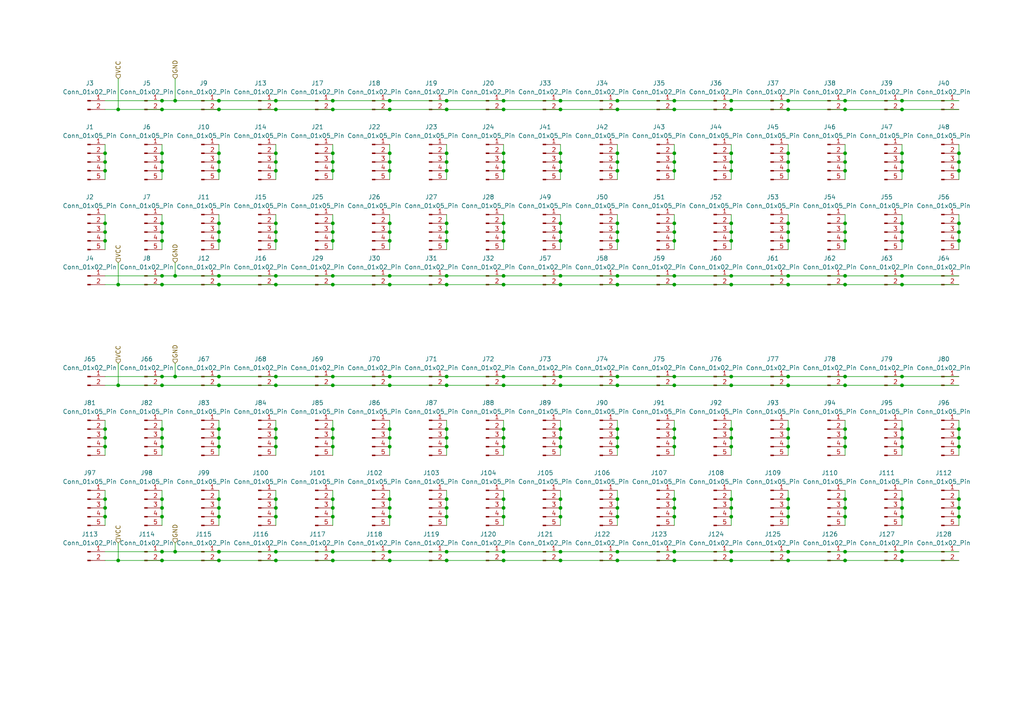
<source format=kicad_sch>
(kicad_sch (version 20231120) (generator "eeschema") (generator_version "8.0")
  (paper "A4")
  (junction (at 228.6 124.46))
  (junction (at 129.54 67.31))
  (junction (at 146.05 29.21))
  (junction (at 278.13 144.78))
  (junction (at 261.62 149.86))
  (junction (at 212.09 69.85))
  (junction (at 113.03 127))
  (junction (at 212.09 67.31))
  (junction (at 261.62 129.54))
  (junction (at 46.99 160.02))
  (junction (at 212.09 80.01))
  (junction (at 46.99 64.77))
  (junction (at 146.05 69.85))
  (junction (at 162.56 49.53))
  (junction (at 113.03 80.01))
  (junction (at 96.52 109.22))
  (junction (at 195.58 80.01))
  (junction (at 63.5 109.22))
  (junction (at 96.52 82.55))
  (junction (at 63.5 160.02))
  (junction (at 228.6 147.32))
  (junction (at 30.48 144.78))
  (junction (at 113.03 160.02))
  (junction (at 113.03 82.55))
  (junction (at 46.99 127))
  (junction (at 179.07 69.85))
  (junction (at 30.48 129.54))
  (junction (at 80.01 160.02))
  (junction (at 228.6 31.75))
  (junction (at 113.03 129.54))
  (junction (at 146.05 46.99))
  (junction (at 30.48 64.77))
  (junction (at 34.29 111.76))
  (junction (at 228.6 44.45))
  (junction (at 245.11 80.01))
  (junction (at 96.52 49.53))
  (junction (at 162.56 149.86))
  (junction (at 146.05 80.01))
  (junction (at 80.01 64.77))
  (junction (at 63.5 80.01))
  (junction (at 96.52 144.78))
  (junction (at 129.54 109.22))
  (junction (at 46.99 69.85))
  (junction (at 146.05 129.54))
  (junction (at 129.54 80.01))
  (junction (at 146.05 127))
  (junction (at 129.54 124.46))
  (junction (at 278.13 124.46))
  (junction (at 80.01 127))
  (junction (at 195.58 109.22))
  (junction (at 146.05 147.32))
  (junction (at 162.56 144.78))
  (junction (at 113.03 147.32))
  (junction (at 146.05 124.46))
  (junction (at 212.09 127))
  (junction (at 162.56 109.22))
  (junction (at 46.99 149.86))
  (junction (at 195.58 160.02))
  (junction (at 113.03 67.31))
  (junction (at 30.48 147.32))
  (junction (at 245.11 109.22))
  (junction (at 46.99 162.56))
  (junction (at 63.5 44.45))
  (junction (at 162.56 124.46))
  (junction (at 162.56 127))
  (junction (at 113.03 64.77))
  (junction (at 96.52 31.75))
  (junction (at 179.07 147.32))
  (junction (at 212.09 149.86))
  (junction (at 46.99 82.55))
  (junction (at 228.6 29.21))
  (junction (at 113.03 49.53))
  (junction (at 212.09 124.46))
  (junction (at 96.52 127))
  (junction (at 245.11 82.55))
  (junction (at 195.58 129.54))
  (junction (at 113.03 162.56))
  (junction (at 129.54 46.99))
  (junction (at 146.05 44.45))
  (junction (at 278.13 64.77))
  (junction (at 261.62 49.53))
  (junction (at 80.01 67.31))
  (junction (at 212.09 129.54))
  (junction (at 80.01 80.01))
  (junction (at 179.07 160.02))
  (junction (at 195.58 111.76))
  (junction (at 30.48 127))
  (junction (at 129.54 69.85))
  (junction (at 63.5 144.78))
  (junction (at 96.52 111.76))
  (junction (at 146.05 67.31))
  (junction (at 80.01 69.85))
  (junction (at 179.07 49.53))
  (junction (at 245.11 46.99))
  (junction (at 195.58 162.56))
  (junction (at 195.58 49.53))
  (junction (at 195.58 127))
  (junction (at 162.56 162.56))
  (junction (at 212.09 31.75))
  (junction (at 129.54 149.86))
  (junction (at 80.01 147.32))
  (junction (at 96.52 129.54))
  (junction (at 46.99 49.53))
  (junction (at 129.54 162.56))
  (junction (at 46.99 31.75))
  (junction (at 96.52 69.85))
  (junction (at 278.13 67.31))
  (junction (at 179.07 82.55))
  (junction (at 96.52 46.99))
  (junction (at 63.5 64.77))
  (junction (at 261.62 67.31))
  (junction (at 113.03 69.85))
  (junction (at 195.58 31.75))
  (junction (at 195.58 147.32))
  (junction (at 80.01 129.54))
  (junction (at 195.58 64.77))
  (junction (at 129.54 160.02))
  (junction (at 129.54 31.75))
  (junction (at 245.11 162.56))
  (junction (at 261.62 64.77))
  (junction (at 245.11 149.86))
  (junction (at 129.54 44.45))
  (junction (at 129.54 64.77))
  (junction (at 261.62 29.21))
  (junction (at 129.54 111.76))
  (junction (at 80.01 109.22))
  (junction (at 46.99 111.76))
  (junction (at 261.62 109.22))
  (junction (at 195.58 46.99))
  (junction (at 96.52 64.77))
  (junction (at 162.56 129.54))
  (junction (at 162.56 147.32))
  (junction (at 261.62 82.55))
  (junction (at 129.54 49.53))
  (junction (at 162.56 29.21))
  (junction (at 162.56 111.76))
  (junction (at 162.56 160.02))
  (junction (at 96.52 80.01))
  (junction (at 63.5 162.56))
  (junction (at 228.6 69.85))
  (junction (at 179.07 144.78))
  (junction (at 212.09 144.78))
  (junction (at 228.6 109.22))
  (junction (at 146.05 144.78))
  (junction (at 113.03 46.99))
  (junction (at 46.99 29.21))
  (junction (at 162.56 44.45))
  (junction (at 228.6 82.55))
  (junction (at 80.01 46.99))
  (junction (at 245.11 160.02))
  (junction (at 129.54 82.55))
  (junction (at 212.09 49.53))
  (junction (at 261.62 147.32))
  (junction (at 228.6 64.77))
  (junction (at 179.07 109.22))
  (junction (at 261.62 162.56))
  (junction (at 179.07 46.99))
  (junction (at 278.13 129.54))
  (junction (at 212.09 46.99))
  (junction (at 228.6 129.54))
  (junction (at 63.5 31.75))
  (junction (at 195.58 44.45))
  (junction (at 278.13 149.86))
  (junction (at 179.07 29.21))
  (junction (at 113.03 29.21))
  (junction (at 245.11 127))
  (junction (at 212.09 147.32))
  (junction (at 278.13 46.99))
  (junction (at 245.11 144.78))
  (junction (at 50.8 109.22))
  (junction (at 113.03 31.75))
  (junction (at 63.5 124.46))
  (junction (at 63.5 129.54))
  (junction (at 63.5 82.55))
  (junction (at 212.09 64.77))
  (junction (at 63.5 147.32))
  (junction (at 228.6 46.99))
  (junction (at 179.07 149.86))
  (junction (at 30.48 124.46))
  (junction (at 278.13 147.32))
  (junction (at 96.52 147.32))
  (junction (at 261.62 80.01))
  (junction (at 228.6 80.01))
  (junction (at 63.5 49.53))
  (junction (at 46.99 80.01))
  (junction (at 261.62 69.85))
  (junction (at 80.01 31.75))
  (junction (at 96.52 149.86))
  (junction (at 80.01 162.56))
  (junction (at 80.01 124.46))
  (junction (at 245.11 124.46))
  (junction (at 212.09 82.55))
  (junction (at 80.01 82.55))
  (junction (at 34.29 162.56))
  (junction (at 46.99 147.32))
  (junction (at 50.8 29.21))
  (junction (at 195.58 124.46))
  (junction (at 113.03 44.45))
  (junction (at 162.56 46.99))
  (junction (at 179.07 80.01))
  (junction (at 63.5 111.76))
  (junction (at 129.54 127))
  (junction (at 80.01 111.76))
  (junction (at 261.62 127))
  (junction (at 278.13 44.45))
  (junction (at 162.56 80.01))
  (junction (at 30.48 69.85))
  (junction (at 261.62 111.76))
  (junction (at 212.09 160.02))
  (junction (at 113.03 124.46))
  (junction (at 113.03 111.76))
  (junction (at 46.99 129.54))
  (junction (at 80.01 44.45))
  (junction (at 212.09 162.56))
  (junction (at 30.48 44.45))
  (junction (at 162.56 69.85))
  (junction (at 245.11 69.85))
  (junction (at 46.99 124.46))
  (junction (at 129.54 144.78))
  (junction (at 63.5 29.21))
  (junction (at 179.07 111.76))
  (junction (at 212.09 111.76))
  (junction (at 30.48 149.86))
  (junction (at 228.6 127))
  (junction (at 96.52 124.46))
  (junction (at 46.99 46.99))
  (junction (at 96.52 44.45))
  (junction (at 34.29 82.55))
  (junction (at 179.07 31.75))
  (junction (at 162.56 31.75))
  (junction (at 146.05 109.22))
  (junction (at 195.58 67.31))
  (junction (at 261.62 144.78))
  (junction (at 228.6 162.56))
  (junction (at 80.01 49.53))
  (junction (at 146.05 162.56))
  (junction (at 80.01 29.21))
  (junction (at 63.5 69.85))
  (junction (at 63.5 67.31))
  (junction (at 146.05 31.75))
  (junction (at 212.09 44.45))
  (junction (at 228.6 49.53))
  (junction (at 162.56 64.77))
  (junction (at 46.99 44.45))
  (junction (at 179.07 64.77))
  (junction (at 245.11 29.21))
  (junction (at 228.6 111.76))
  (junction (at 261.62 124.46))
  (junction (at 162.56 82.55))
  (junction (at 195.58 144.78))
  (junction (at 50.8 80.01))
  (junction (at 245.11 64.77))
  (junction (at 50.8 160.02))
  (junction (at 228.6 67.31))
  (junction (at 261.62 160.02))
  (junction (at 113.03 109.22))
  (junction (at 146.05 111.76))
  (junction (at 46.99 109.22))
  (junction (at 129.54 129.54))
  (junction (at 146.05 160.02))
  (junction (at 212.09 29.21))
  (junction (at 245.11 129.54))
  (junction (at 46.99 144.78))
  (junction (at 96.52 162.56))
  (junction (at 179.07 44.45))
  (junction (at 96.52 67.31))
  (junction (at 46.99 67.31))
  (junction (at 96.52 29.21))
  (junction (at 30.48 49.53))
  (junction (at 63.5 46.99))
  (junction (at 113.03 144.78))
  (junction (at 146.05 149.86))
  (junction (at 129.54 147.32))
  (junction (at 80.01 149.86))
  (junction (at 261.62 44.45))
  (junction (at 245.11 49.53))
  (junction (at 162.56 67.31))
  (junction (at 245.11 111.76))
  (junction (at 63.5 127))
  (junction (at 146.05 82.55))
  (junction (at 129.54 29.21))
  (junction (at 30.48 67.31))
  (junction (at 228.6 144.78))
  (junction (at 195.58 29.21))
  (junction (at 245.11 31.75))
  (junction (at 179.07 129.54))
  (junction (at 212.09 109.22))
  (junction (at 195.58 82.55))
  (junction (at 245.11 147.32))
  (junction (at 179.07 124.46))
  (junction (at 278.13 49.53))
  (junction (at 245.11 44.45))
  (junction (at 80.01 144.78))
  (junction (at 34.29 31.75))
  (junction (at 228.6 160.02))
  (junction (at 179.07 67.31))
  (junction (at 278.13 69.85))
  (junction (at 195.58 69.85))
  (junction (at 179.07 162.56))
  (junction (at 113.03 149.86))
  (junction (at 228.6 149.86))
  (junction (at 63.5 149.86))
  (junction (at 179.07 127))
  (junction (at 146.05 64.77))
  (junction (at 195.58 149.86))
  (junction (at 245.11 67.31))
  (junction (at 278.13 127))
  (junction (at 96.52 160.02))
  (junction (at 146.05 49.53))
  (junction (at 30.48 46.99))
  (junction (at 261.62 46.99))
  (junction (at 261.62 31.75))
  (wire (pts (xy 80.01 160.02) (xy 96.52 160.02)))
  (wire (pts (xy 80.01 129.54) (xy 80.01 132.08)))
  (wire (pts (xy 146.05 147.32) (xy 146.05 149.86)))
  (wire (pts (xy 162.56 121.92) (xy 162.56 124.46)))
  (wire (pts (xy 261.62 121.92) (xy 261.62 124.46)))
  (wire (pts (xy 212.09 80.01) (xy 228.6 80.01)))
  (wire (pts (xy 162.56 31.75) (xy 179.07 31.75)))
  (wire (pts (xy 113.03 142.24) (xy 113.03 144.78)))
  (wire (pts (xy 228.6 41.91) (xy 228.6 44.45)))
  (wire (pts (xy 63.5 69.85) (xy 63.5 72.39)))
  (wire (pts (xy 162.56 41.91) (xy 162.56 44.45)))
  (wire (pts (xy 228.6 149.86) (xy 228.6 152.4)))
  (wire (pts (xy 228.6 142.24) (xy 228.6 144.78)))
  (wire (pts (xy 212.09 129.54) (xy 212.09 132.08)))
  (wire (pts (xy 228.6 121.92) (xy 228.6 124.46)))
  (wire (pts (xy 179.07 67.31) (xy 179.07 69.85)))
  (wire (pts (xy 212.09 46.99) (xy 212.09 49.53)))
  (wire (pts (xy 46.99 129.54) (xy 46.99 132.08)))
  (wire (pts (xy 96.52 109.22) (xy 113.03 109.22)))
  (wire (pts (xy 96.52 121.92) (xy 96.52 124.46)))
  (wire (pts (xy 30.48 147.32) (xy 30.48 149.86)))
  (wire (pts (xy 228.6 160.02) (xy 245.11 160.02)))
  (wire (pts (xy 245.11 41.91) (xy 245.11 44.45)))
  (wire (pts (xy 179.07 82.55) (xy 195.58 82.55)))
  (wire (pts (xy 46.99 64.77) (xy 46.99 67.31)))
  (wire (pts (xy 162.56 49.53) (xy 162.56 52.07)))
  (wire (pts (xy 228.6 162.56) (xy 245.11 162.56)))
  (wire (pts (xy 96.52 67.31) (xy 96.52 69.85)))
  (wire (pts (xy 261.62 142.24) (xy 261.62 144.78)))
  (wire (pts (xy 46.99 160.02) (xy 50.8 160.02)))
  (wire (pts (xy 228.6 82.55) (xy 245.11 82.55)))
  (wire (pts (xy 261.62 160.02) (xy 278.13 160.02)))
  (wire (pts (xy 96.52 149.86) (xy 96.52 152.4)))
  (wire (pts (xy 80.01 82.55) (xy 96.52 82.55)))
  (wire (pts (xy 30.48 127) (xy 30.48 129.54)))
  (wire (pts (xy 261.62 147.32) (xy 261.62 149.86)))
  (wire (pts (xy 80.01 111.76) (xy 96.52 111.76)))
  (wire (pts (xy 46.99 142.24) (xy 46.99 144.78)))
  (wire (pts (xy 212.09 31.75) (xy 228.6 31.75)))
  (wire (pts (xy 195.58 69.85) (xy 195.58 72.39)))
  (wire (pts (xy 63.5 41.91) (xy 63.5 44.45)))
  (wire (pts (xy 46.99 29.21) (xy 50.8 29.21)))
  (wire (pts (xy 245.11 46.99) (xy 245.11 49.53)))
  (wire (pts (xy 113.03 64.77) (xy 113.03 67.31)))
  (wire (pts (xy 113.03 111.76) (xy 129.54 111.76)))
  (wire (pts (xy 228.6 62.23) (xy 228.6 64.77)))
  (wire (pts (xy 129.54 142.24) (xy 129.54 144.78)))
  (wire (pts (xy 261.62 41.91) (xy 261.62 44.45)))
  (wire (pts (xy 50.8 29.21) (xy 63.5 29.21)))
  (wire (pts (xy 113.03 80.01) (xy 129.54 80.01)))
  (wire (pts (xy 179.07 127) (xy 179.07 129.54)))
  (wire (pts (xy 278.13 147.32) (xy 278.13 149.86)))
  (wire (pts (xy 113.03 149.86) (xy 113.03 152.4)))
  (wire (pts (xy 96.52 80.01) (xy 113.03 80.01)))
  (wire (pts (xy 245.11 124.46) (xy 245.11 127)))
  (wire (pts (xy 34.29 157.48) (xy 34.29 162.56)))
  (wire (pts (xy 80.01 109.22) (xy 96.52 109.22)))
  (wire (pts (xy 113.03 31.75) (xy 129.54 31.75)))
  (wire (pts (xy 278.13 149.86) (xy 278.13 152.4)))
  (wire (pts (xy 212.09 44.45) (xy 212.09 46.99)))
  (wire (pts (xy 46.99 44.45) (xy 46.99 46.99)))
  (wire (pts (xy 46.99 49.53) (xy 46.99 52.07)))
  (wire (pts (xy 80.01 162.56) (xy 96.52 162.56)))
  (wire (pts (xy 212.09 67.31) (xy 212.09 69.85)))
  (wire (pts (xy 261.62 127) (xy 261.62 129.54)))
  (wire (pts (xy 212.09 160.02) (xy 228.6 160.02)))
  (wire (pts (xy 261.62 144.78) (xy 261.62 147.32)))
  (wire (pts (xy 146.05 160.02) (xy 162.56 160.02)))
  (wire (pts (xy 245.11 149.86) (xy 245.11 152.4)))
  (wire (pts (xy 50.8 22.86) (xy 50.8 29.21)))
  (wire (pts (xy 162.56 149.86) (xy 162.56 152.4)))
  (wire (pts (xy 162.56 162.56) (xy 179.07 162.56)))
  (wire (pts (xy 63.5 29.21) (xy 80.01 29.21)))
  (wire (pts (xy 46.99 149.86) (xy 46.99 152.4)))
  (wire (pts (xy 228.6 147.32) (xy 228.6 149.86)))
  (wire (pts (xy 245.11 129.54) (xy 245.11 132.08)))
  (wire (pts (xy 50.8 105.41) (xy 50.8 109.22)))
  (wire (pts (xy 146.05 109.22) (xy 162.56 109.22)))
  (wire (pts (xy 162.56 111.76) (xy 179.07 111.76)))
  (wire (pts (xy 179.07 64.77) (xy 179.07 67.31)))
  (wire (pts (xy 129.54 149.86) (xy 129.54 152.4)))
  (wire (pts (xy 129.54 80.01) (xy 146.05 80.01)))
  (wire (pts (xy 113.03 82.55) (xy 129.54 82.55)))
  (wire (pts (xy 278.13 49.53) (xy 278.13 52.07)))
  (wire (pts (xy 50.8 76.2) (xy 50.8 80.01)))
  (wire (pts (xy 34.29 76.2) (xy 34.29 82.55)))
  (wire (pts (xy 261.62 109.22) (xy 278.13 109.22)))
  (wire (pts (xy 80.01 31.75) (xy 96.52 31.75)))
  (wire (pts (xy 129.54 129.54) (xy 129.54 132.08)))
  (wire (pts (xy 195.58 67.31) (xy 195.58 69.85)))
  (wire (pts (xy 129.54 69.85) (xy 129.54 72.39)))
  (wire (pts (xy 195.58 31.75) (xy 212.09 31.75)))
  (wire (pts (xy 146.05 80.01) (xy 162.56 80.01)))
  (wire (pts (xy 261.62 62.23) (xy 261.62 64.77)))
  (wire (pts (xy 179.07 149.86) (xy 179.07 152.4)))
  (wire (pts (xy 179.07 147.32) (xy 179.07 149.86)))
  (wire (pts (xy 212.09 162.56) (xy 228.6 162.56)))
  (wire (pts (xy 228.6 129.54) (xy 228.6 132.08)))
  (wire (pts (xy 195.58 129.54) (xy 195.58 132.08)))
  (wire (pts (xy 113.03 129.54) (xy 113.03 132.08)))
  (wire (pts (xy 96.52 142.24) (xy 96.52 144.78)))
  (wire (pts (xy 245.11 142.24) (xy 245.11 144.78)))
  (wire (pts (xy 80.01 41.91) (xy 80.01 44.45)))
  (wire (pts (xy 261.62 82.55) (xy 278.13 82.55)))
  (wire (pts (xy 30.48 44.45) (xy 30.48 46.99)))
  (wire (pts (xy 162.56 147.32) (xy 162.56 149.86)))
  (wire (pts (xy 212.09 41.91) (xy 212.09 44.45)))
  (wire (pts (xy 80.01 147.32) (xy 80.01 149.86)))
  (wire (pts (xy 129.54 29.21) (xy 146.05 29.21)))
  (wire (pts (xy 212.09 124.46) (xy 212.09 127)))
  (wire (pts (xy 245.11 144.78) (xy 245.11 147.32)))
  (wire (pts (xy 195.58 41.91) (xy 195.58 44.45)))
  (wire (pts (xy 63.5 46.99) (xy 63.5 49.53)))
  (wire (pts (xy 30.48 64.77) (xy 30.48 67.31)))
  (wire (pts (xy 63.5 80.01) (xy 80.01 80.01)))
  (wire (pts (xy 278.13 121.92) (xy 278.13 124.46)))
  (wire (pts (xy 195.58 162.56) (xy 212.09 162.56)))
  (wire (pts (xy 30.48 160.02) (xy 46.99 160.02)))
  (wire (pts (xy 96.52 29.21) (xy 113.03 29.21)))
  (wire (pts (xy 63.5 44.45) (xy 63.5 46.99)))
  (wire (pts (xy 96.52 144.78) (xy 96.52 147.32)))
  (wire (pts (xy 96.52 82.55) (xy 113.03 82.55)))
  (wire (pts (xy 46.99 80.01) (xy 50.8 80.01)))
  (wire (pts (xy 80.01 64.77) (xy 80.01 67.31)))
  (wire (pts (xy 96.52 62.23) (xy 96.52 64.77)))
  (wire (pts (xy 113.03 62.23) (xy 113.03 64.77)))
  (wire (pts (xy 245.11 162.56) (xy 261.62 162.56)))
  (wire (pts (xy 179.07 80.01) (xy 195.58 80.01)))
  (wire (pts (xy 113.03 41.91) (xy 113.03 44.45)))
  (wire (pts (xy 278.13 62.23) (xy 278.13 64.77)))
  (wire (pts (xy 195.58 82.55) (xy 212.09 82.55)))
  (wire (pts (xy 80.01 80.01) (xy 96.52 80.01)))
  (wire (pts (xy 30.48 82.55) (xy 34.29 82.55)))
  (wire (pts (xy 129.54 31.75) (xy 146.05 31.75)))
  (wire (pts (xy 30.48 31.75) (xy 34.29 31.75)))
  (wire (pts (xy 278.13 142.24) (xy 278.13 144.78)))
  (wire (pts (xy 261.62 31.75) (xy 278.13 31.75)))
  (wire (pts (xy 146.05 111.76) (xy 162.56 111.76)))
  (wire (pts (xy 96.52 147.32) (xy 96.52 149.86)))
  (wire (pts (xy 162.56 142.24) (xy 162.56 144.78)))
  (wire (pts (xy 63.5 144.78) (xy 63.5 147.32)))
  (wire (pts (xy 278.13 64.77) (xy 278.13 67.31)))
  (wire (pts (xy 212.09 149.86) (xy 212.09 152.4)))
  (wire (pts (xy 129.54 64.77) (xy 129.54 67.31)))
  (wire (pts (xy 179.07 62.23) (xy 179.07 64.77)))
  (wire (pts (xy 129.54 121.92) (xy 129.54 124.46)))
  (wire (pts (xy 63.5 31.75) (xy 80.01 31.75)))
  (wire (pts (xy 162.56 62.23) (xy 162.56 64.77)))
  (wire (pts (xy 30.48 41.91) (xy 30.48 44.45)))
  (wire (pts (xy 63.5 147.32) (xy 63.5 149.86)))
  (wire (pts (xy 228.6 111.76) (xy 245.11 111.76)))
  (wire (pts (xy 261.62 129.54) (xy 261.62 132.08)))
  (wire (pts (xy 46.99 121.92) (xy 46.99 124.46)))
  (wire (pts (xy 63.5 67.31) (xy 63.5 69.85)))
  (wire (pts (xy 146.05 67.31) (xy 146.05 69.85)))
  (wire (pts (xy 162.56 64.77) (xy 162.56 67.31)))
  (wire (pts (xy 34.29 82.55) (xy 46.99 82.55)))
  (wire (pts (xy 96.52 41.91) (xy 96.52 44.45)))
  (wire (pts (xy 50.8 80.01) (xy 63.5 80.01)))
  (wire (pts (xy 228.6 44.45) (xy 228.6 46.99)))
  (wire (pts (xy 30.48 129.54) (xy 30.48 132.08)))
  (wire (pts (xy 113.03 121.92) (xy 113.03 124.46)))
  (wire (pts (xy 195.58 46.99) (xy 195.58 49.53)))
  (wire (pts (xy 63.5 162.56) (xy 80.01 162.56)))
  (wire (pts (xy 179.07 111.76) (xy 195.58 111.76)))
  (wire (pts (xy 46.99 127) (xy 46.99 129.54)))
  (wire (pts (xy 162.56 80.01) (xy 179.07 80.01)))
  (wire (pts (xy 80.01 29.21) (xy 96.52 29.21)))
  (wire (pts (xy 46.99 46.99) (xy 46.99 49.53)))
  (wire (pts (xy 80.01 149.86) (xy 80.01 152.4)))
  (wire (pts (xy 228.6 31.75) (xy 245.11 31.75)))
  (wire (pts (xy 96.52 46.99) (xy 96.52 49.53)))
  (wire (pts (xy 146.05 142.24) (xy 146.05 144.78)))
  (wire (pts (xy 46.99 124.46) (xy 46.99 127)))
  (wire (pts (xy 212.09 127) (xy 212.09 129.54)))
  (wire (pts (xy 195.58 111.76) (xy 212.09 111.76)))
  (wire (pts (xy 228.6 67.31) (xy 228.6 69.85)))
  (wire (pts (xy 228.6 69.85) (xy 228.6 72.39)))
  (wire (pts (xy 63.5 82.55) (xy 80.01 82.55)))
  (wire (pts (xy 96.52 69.85) (xy 96.52 72.39)))
  (wire (pts (xy 80.01 121.92) (xy 80.01 124.46)))
  (wire (pts (xy 80.01 124.46) (xy 80.01 127)))
  (wire (pts (xy 245.11 62.23) (xy 245.11 64.77)))
  (wire (pts (xy 46.99 111.76) (xy 63.5 111.76)))
  (wire (pts (xy 179.07 121.92) (xy 179.07 124.46)))
  (wire (pts (xy 162.56 144.78) (xy 162.56 147.32)))
  (wire (pts (xy 212.09 111.76) (xy 228.6 111.76)))
  (wire (pts (xy 113.03 124.46) (xy 113.03 127)))
  (wire (pts (xy 195.58 124.46) (xy 195.58 127)))
  (wire (pts (xy 245.11 160.02) (xy 261.62 160.02)))
  (wire (pts (xy 96.52 162.56) (xy 113.03 162.56)))
  (wire (pts (xy 278.13 46.99) (xy 278.13 49.53)))
  (wire (pts (xy 195.58 147.32) (xy 195.58 149.86)))
  (wire (pts (xy 162.56 82.55) (xy 179.07 82.55)))
  (wire (pts (xy 96.52 124.46) (xy 96.52 127)))
  (wire (pts (xy 162.56 29.21) (xy 179.07 29.21)))
  (wire (pts (xy 261.62 49.53) (xy 261.62 52.07)))
  (wire (pts (xy 179.07 160.02) (xy 195.58 160.02)))
  (wire (pts (xy 146.05 41.91) (xy 146.05 44.45)))
  (wire (pts (xy 96.52 160.02) (xy 113.03 160.02)))
  (wire (pts (xy 129.54 62.23) (xy 129.54 64.77)))
  (wire (pts (xy 96.52 127) (xy 96.52 129.54)))
  (wire (pts (xy 261.62 29.21) (xy 278.13 29.21)))
  (wire (pts (xy 212.09 82.55) (xy 228.6 82.55)))
  (wire (pts (xy 261.62 124.46) (xy 261.62 127)))
  (wire (pts (xy 129.54 147.32) (xy 129.54 149.86)))
  (wire (pts (xy 46.99 109.22) (xy 50.8 109.22)))
  (wire (pts (xy 195.58 44.45) (xy 195.58 46.99)))
  (wire (pts (xy 63.5 149.86) (xy 63.5 152.4)))
  (wire (pts (xy 245.11 147.32) (xy 245.11 149.86)))
  (wire (pts (xy 46.99 82.55) (xy 63.5 82.55)))
  (wire (pts (xy 278.13 127) (xy 278.13 129.54)))
  (wire (pts (xy 129.54 162.56) (xy 146.05 162.56)))
  (wire (pts (xy 245.11 67.31) (xy 245.11 69.85)))
  (wire (pts (xy 245.11 127) (xy 245.11 129.54)))
  (wire (pts (xy 195.58 109.22) (xy 212.09 109.22)))
  (wire (pts (xy 30.48 69.85) (xy 30.48 72.39)))
  (wire (pts (xy 195.58 62.23) (xy 195.58 64.77)))
  (wire (pts (xy 30.48 109.22) (xy 46.99 109.22)))
  (wire (pts (xy 113.03 44.45) (xy 113.03 46.99)))
  (wire (pts (xy 195.58 149.86) (xy 195.58 152.4)))
  (wire (pts (xy 162.56 129.54) (xy 162.56 132.08)))
  (wire (pts (xy 63.5 127) (xy 63.5 129.54)))
  (wire (pts (xy 30.48 46.99) (xy 30.48 49.53)))
  (wire (pts (xy 113.03 67.31) (xy 113.03 69.85)))
  (wire (pts (xy 46.99 162.56) (xy 63.5 162.56)))
  (wire (pts (xy 146.05 31.75) (xy 162.56 31.75)))
  (wire (pts (xy 113.03 49.53) (xy 113.03 52.07)))
  (wire (pts (xy 245.11 109.22) (xy 261.62 109.22)))
  (wire (pts (xy 179.07 41.91) (xy 179.07 44.45)))
  (wire (pts (xy 245.11 69.85) (xy 245.11 72.39)))
  (wire (pts (xy 278.13 44.45) (xy 278.13 46.99)))
  (wire (pts (xy 146.05 121.92) (xy 146.05 124.46)))
  (wire (pts (xy 179.07 144.78) (xy 179.07 147.32)))
  (wire (pts (xy 179.07 142.24) (xy 179.07 144.78)))
  (wire (pts (xy 261.62 149.86) (xy 261.62 152.4)))
  (wire (pts (xy 129.54 67.31) (xy 129.54 69.85)))
  (wire (pts (xy 63.5 111.76) (xy 80.01 111.76)))
  (wire (pts (xy 46.99 144.78) (xy 46.99 147.32)))
  (wire (pts (xy 228.6 80.01) (xy 245.11 80.01)))
  (wire (pts (xy 146.05 69.85) (xy 146.05 72.39)))
  (wire (pts (xy 195.58 121.92) (xy 195.58 124.46)))
  (wire (pts (xy 228.6 46.99) (xy 228.6 49.53)))
  (wire (pts (xy 278.13 67.31) (xy 278.13 69.85)))
  (wire (pts (xy 228.6 109.22) (xy 245.11 109.22)))
  (wire (pts (xy 30.48 144.78) (xy 30.48 147.32)))
  (wire (pts (xy 63.5 121.92) (xy 63.5 124.46)))
  (wire (pts (xy 129.54 111.76) (xy 146.05 111.76)))
  (wire (pts (xy 179.07 29.21) (xy 195.58 29.21)))
  (wire (pts (xy 179.07 31.75) (xy 195.58 31.75)))
  (wire (pts (xy 228.6 49.53) (xy 228.6 52.07)))
  (wire (pts (xy 261.62 46.99) (xy 261.62 49.53)))
  (wire (pts (xy 195.58 144.78) (xy 195.58 147.32)))
  (wire (pts (xy 245.11 82.55) (xy 261.62 82.55)))
  (wire (pts (xy 113.03 29.21) (xy 129.54 29.21)))
  (wire (pts (xy 245.11 49.53) (xy 245.11 52.07)))
  (wire (pts (xy 146.05 124.46) (xy 146.05 127)))
  (wire (pts (xy 146.05 162.56) (xy 162.56 162.56)))
  (wire (pts (xy 50.8 157.48) (xy 50.8 160.02)))
  (wire (pts (xy 129.54 46.99) (xy 129.54 49.53)))
  (wire (pts (xy 212.09 49.53) (xy 212.09 52.07)))
  (wire (pts (xy 113.03 162.56) (xy 129.54 162.56)))
  (wire (pts (xy 80.01 69.85) (xy 80.01 72.39)))
  (wire (pts (xy 30.48 142.24) (xy 30.48 144.78)))
  (wire (pts (xy 146.05 29.21) (xy 162.56 29.21)))
  (wire (pts (xy 113.03 127) (xy 113.03 129.54)))
  (wire (pts (xy 129.54 44.45) (xy 129.54 46.99)))
  (wire (pts (xy 212.09 109.22) (xy 228.6 109.22)))
  (wire (pts (xy 80.01 67.31) (xy 80.01 69.85)))
  (wire (pts (xy 113.03 160.02) (xy 129.54 160.02)))
  (wire (pts (xy 212.09 147.32) (xy 212.09 149.86)))
  (wire (pts (xy 228.6 64.77) (xy 228.6 67.31)))
  (wire (pts (xy 34.29 22.86) (xy 34.29 31.75)))
  (wire (pts (xy 113.03 147.32) (xy 113.03 149.86)))
  (wire (pts (xy 50.8 160.02) (xy 63.5 160.02)))
  (wire (pts (xy 245.11 111.76) (xy 261.62 111.76)))
  (wire (pts (xy 212.09 64.77) (xy 212.09 67.31)))
  (wire (pts (xy 63.5 49.53) (xy 63.5 52.07)))
  (wire (pts (xy 30.48 49.53) (xy 30.48 52.07)))
  (wire (pts (xy 96.52 31.75) (xy 113.03 31.75)))
  (wire (pts (xy 228.6 144.78) (xy 228.6 147.32)))
  (wire (pts (xy 46.99 41.91) (xy 46.99 44.45)))
  (wire (pts (xy 63.5 124.46) (xy 63.5 127)))
  (wire (pts (xy 212.09 121.92) (xy 212.09 124.46)))
  (wire (pts (xy 146.05 129.54) (xy 146.05 132.08)))
  (wire (pts (xy 179.07 49.53) (xy 179.07 52.07)))
  (wire (pts (xy 278.13 144.78) (xy 278.13 147.32)))
  (wire (pts (xy 30.48 121.92) (xy 30.48 124.46)))
  (wire (pts (xy 63.5 109.22) (xy 80.01 109.22)))
  (wire (pts (xy 245.11 29.21) (xy 261.62 29.21)))
  (wire (pts (xy 278.13 124.46) (xy 278.13 127)))
  (wire (pts (xy 195.58 160.02) (xy 212.09 160.02)))
  (wire (pts (xy 162.56 124.46) (xy 162.56 127)))
  (wire (pts (xy 179.07 44.45) (xy 179.07 46.99)))
  (wire (pts (xy 245.11 121.92) (xy 245.11 124.46)))
  (wire (pts (xy 278.13 129.54) (xy 278.13 132.08)))
  (wire (pts (xy 261.62 64.77) (xy 261.62 67.31)))
  (wire (pts (xy 30.48 111.76) (xy 34.29 111.76)))
  (wire (pts (xy 261.62 162.56) (xy 278.13 162.56)))
  (wire (pts (xy 34.29 111.76) (xy 46.99 111.76)))
  (wire (pts (xy 63.5 62.23) (xy 63.5 64.77)))
  (wire (pts (xy 113.03 69.85) (xy 113.03 72.39)))
  (wire (pts (xy 80.01 142.24) (xy 80.01 144.78)))
  (wire (pts (xy 179.07 124.46) (xy 179.07 127)))
  (wire (pts (xy 80.01 44.45) (xy 80.01 46.99)))
  (wire (pts (xy 63.5 160.02) (xy 80.01 160.02)))
  (wire (pts (xy 195.58 49.53) (xy 195.58 52.07)))
  (wire (pts (xy 30.48 29.21) (xy 46.99 29.21)))
  (wire (pts (xy 46.99 62.23) (xy 46.99 64.77)))
  (wire (pts (xy 63.5 129.54) (xy 63.5 132.08)))
  (wire (pts (xy 113.03 109.22) (xy 129.54 109.22)))
  (wire (pts (xy 162.56 160.02) (xy 179.07 160.02)))
  (wire (pts (xy 96.52 44.45) (xy 96.52 46.99)))
  (wire (pts (xy 278.13 69.85) (xy 278.13 72.39)))
  (wire (pts (xy 34.29 162.56) (xy 46.99 162.56)))
  (wire (pts (xy 179.07 46.99) (xy 179.07 49.53)))
  (wire (pts (xy 146.05 44.45) (xy 146.05 46.99)))
  (wire (pts (xy 34.29 105.41) (xy 34.29 111.76)))
  (wire (pts (xy 50.8 109.22) (xy 63.5 109.22)))
  (wire (pts (xy 113.03 46.99) (xy 113.03 49.53)))
  (wire (pts (xy 146.05 149.86) (xy 146.05 152.4)))
  (wire (pts (xy 212.09 29.21) (xy 228.6 29.21)))
  (wire (pts (xy 146.05 64.77) (xy 146.05 67.31)))
  (wire (pts (xy 146.05 62.23) (xy 146.05 64.77)))
  (wire (pts (xy 245.11 44.45) (xy 245.11 46.99)))
  (wire (pts (xy 278.13 41.91) (xy 278.13 44.45)))
  (wire (pts (xy 179.07 109.22) (xy 195.58 109.22)))
  (wire (pts (xy 146.05 127) (xy 146.05 129.54)))
  (wire (pts (xy 212.09 62.23) (xy 212.09 64.77)))
  (wire (pts (xy 80.01 127) (xy 80.01 129.54)))
  (wire (pts (xy 46.99 147.32) (xy 46.99 149.86)))
  (wire (pts (xy 129.54 109.22) (xy 146.05 109.22)))
  (wire (pts (xy 30.48 124.46) (xy 30.48 127)))
  (wire (pts (xy 46.99 31.75) (xy 63.5 31.75)))
  (wire (pts (xy 195.58 29.21) (xy 212.09 29.21)))
  (wire (pts (xy 80.01 49.53) (xy 80.01 52.07)))
  (wire (pts (xy 80.01 62.23) (xy 80.01 64.77)))
  (wire (pts (xy 245.11 80.01) (xy 261.62 80.01)))
  (wire (pts (xy 162.56 46.99) (xy 162.56 49.53)))
  (wire (pts (xy 129.54 41.91) (xy 129.54 44.45)))
  (wire (pts (xy 80.01 46.99) (xy 80.01 49.53)))
  (wire (pts (xy 261.62 80.01) (xy 278.13 80.01)))
  (wire (pts (xy 63.5 142.24) (xy 63.5 144.78)))
  (wire (pts (xy 162.56 67.31) (xy 162.56 69.85)))
  (wire (pts (xy 212.09 144.78) (xy 212.09 147.32)))
  (wire (pts (xy 30.48 67.31) (xy 30.48 69.85)))
  (wire (pts (xy 245.11 31.75) (xy 261.62 31.75)))
  (wire (pts (xy 228.6 124.46) (xy 228.6 127)))
  (wire (pts (xy 245.11 64.77) (xy 245.11 67.31)))
  (wire (pts (xy 179.07 69.85) (xy 179.07 72.39)))
  (wire (pts (xy 195.58 142.24) (xy 195.58 144.78)))
  (wire (pts (xy 146.05 144.78) (xy 146.05 147.32)))
  (wire (pts (xy 96.52 129.54) (xy 96.52 132.08)))
  (wire (pts (xy 129.54 160.02) (xy 146.05 160.02)))
  (wire (pts (xy 212.09 69.85) (xy 212.09 72.39)))
  (wire (pts (xy 30.48 62.23) (xy 30.48 64.77)))
  (wire (pts (xy 228.6 29.21) (xy 245.11 29.21)))
  (wire (pts (xy 80.01 144.78) (xy 80.01 147.32)))
  (wire (pts (xy 195.58 64.77) (xy 195.58 67.31)))
  (wire (pts (xy 212.09 142.24) (xy 212.09 144.78)))
  (wire (pts (xy 261.62 69.85) (xy 261.62 72.39)))
  (wire (pts (xy 146.05 82.55) (xy 162.56 82.55)))
  (wire (pts (xy 96.52 111.76) (xy 113.03 111.76)))
  (wire (pts (xy 195.58 127) (xy 195.58 129.54)))
  (wire (pts (xy 30.48 162.56) (xy 34.29 162.56)))
  (wire (pts (xy 30.48 149.86) (xy 30.48 152.4)))
  (wire (pts (xy 34.29 31.75) (xy 46.99 31.75)))
  (wire (pts (xy 96.52 64.77) (xy 96.52 67.31)))
  (wire (pts (xy 129.54 144.78) (xy 129.54 147.32)))
  (wire (pts (xy 96.52 49.53) (xy 96.52 52.07)))
  (wire (pts (xy 129.54 82.55) (xy 146.05 82.55)))
  (wire (pts (xy 113.03 144.78) (xy 113.03 147.32)))
  (wire (pts (xy 261.62 44.45) (xy 261.62 46.99)))
  (wire (pts (xy 162.56 109.22) (xy 179.07 109.22)))
  (wire (pts (xy 30.48 80.01) (xy 46.99 80.01)))
  (wire (pts (xy 129.54 127) (xy 129.54 129.54)))
  (wire (pts (xy 46.99 69.85) (xy 46.99 72.39)))
  (wire (pts (xy 46.99 67.31) (xy 46.99 69.85)))
  (wire (pts (xy 179.07 162.56) (xy 195.58 162.56)))
  (wire (pts (xy 162.56 127) (xy 162.56 129.54)))
  (wire (pts (xy 261.62 67.31) (xy 261.62 69.85)))
  (wire (pts (xy 179.07 129.54) (xy 179.07 132.08)))
  (wire (pts (xy 146.05 46.99) (xy 146.05 49.53)))
  (wire (pts (xy 63.5 64.77) (xy 63.5 67.31)))
  (wire (pts (xy 228.6 127) (xy 228.6 129.54)))
  (wire (pts (xy 162.56 44.45) (xy 162.56 46.99)))
  (wire (pts (xy 261.62 111.76) (xy 278.13 111.76)))
  (wire (pts (xy 195.58 80.01) (xy 212.09 80.01)))
  (wire (pts (xy 129.54 49.53) (xy 129.54 52.07)))
  (wire (pts (xy 129.54 124.46) (xy 129.54 127)))
  (wire (pts (xy 146.05 49.53) (xy 146.05 52.07)))
  (wire (pts (xy 162.56 69.85) (xy 162.56 72.39)))
  (hierarchical_label "VCC" (shape input) (at 34.29 105.41 90))
  (hierarchical_label "GND" (shape input) (at 50.8 105.41 90))
  (hierarchical_label "GND" (shape input) (at 50.8 76.2 90))
  (hierarchical_label "GND" (shape input) (at 50.8 157.48 90))
  (hierarchical_label "VCC" (shape input) (at 34.29 22.86 90))
  (hierarchical_label "GND" (shape input) (at 50.8 22.86 90))
  (hierarchical_label "VCC" (shape input) (at 34.29 157.48 90))
  (hierarchical_label "VCC" (shape input) (at 34.29 76.2 90))
  (symbol (lib_id "Connector:Conn_01x05_Pin") (at 58.42 127 0) (unit 1)
    (property "Reference" "J83" (at 59.055 116.84 0))
    (property "Value" "Conn_01x05_Pin" (at 59.055 119.38 0))
    (property "Footprint" "Library:prototype_1x05_P2.54" (effects (hide yes)))
    (property "Description" "Generic connector, single row, 01x05, script generated" (effects (hide yes)))
  )
  (symbol (lib_id "Connector:Conn_01x05_Pin") (at 173.99 127 0) (unit 1)
    (property "Reference" "J90" (at 174.625 116.84 0))
    (property "Value" "Conn_01x05_Pin" (at 174.625 119.38 0))
    (property "Footprint" "Library:prototype_1x05_P2.54" (effects (hide yes)))
    (property "Description" "Generic connector, single row, 01x05, script generated" (effects (hide yes)))
  )
  (symbol (lib_id "Connector:Conn_01x05_Pin") (at 58.42 147.32 0) (unit 1)
    (property "Reference" "J99" (at 59.055 137.16 0))
    (property "Value" "Conn_01x05_Pin" (at 59.055 139.7 0))
    (property "Footprint" "Library:prototype_1x05_P2.54" (effects (hide yes)))
    (property "Description" "Generic connector, single row, 01x05, script generated" (effects (hide yes)))
  )
  (symbol (lib_id "Connector:Conn_01x02_Pin") (at 74.93 80.01 0) (unit 1)
    (property "Reference" "J16" (at 75.565 74.93 0))
    (property "Value" "Conn_01x02_Pin" (at 75.565 77.47 0))
    (property "Footprint" "Library:prototype_1x02_P2.54" (effects (hide yes)))
    (property "Description" "Generic connector, single row, 01x02, script generated" (effects (hide yes)))
  )
  (symbol (lib_id "Connector:Conn_01x05_Pin") (at 256.54 67.31 0) (unit 1)
    (property "Reference" "J55" (at 257.175 57.15 0))
    (property "Value" "Conn_01x05_Pin" (at 257.175 59.69 0))
    (property "Footprint" "Library:prototype_1x05_P2.54" (effects (hide yes)))
    (property "Description" "Generic connector, single row, 01x05, script generated" (effects (hide yes)))
  )
  (symbol (lib_id "Connector:Conn_01x05_Pin") (at 124.46 147.32 0) (unit 1)
    (property "Reference" "J103" (at 125.095 137.16 0))
    (property "Value" "Conn_01x05_Pin" (at 125.095 139.7 0))
    (property "Footprint" "Library:prototype_1x05_P2.54" (effects (hide yes)))
    (property "Description" "Generic connector, single row, 01x05, script generated" (effects (hide yes)))
  )
  (symbol (lib_id "Connector:Conn_01x05_Pin") (at 107.95 127 0) (unit 1)
    (property "Reference" "J86" (at 108.585 116.84 0))
    (property "Value" "Conn_01x05_Pin" (at 108.585 119.38 0))
    (property "Footprint" "Library:prototype_1x05_P2.54" (effects (hide yes)))
    (property "Description" "Generic connector, single row, 01x05, script generated" (effects (hide yes)))
  )
  (symbol (lib_id "Connector:Conn_01x02_Pin") (at 240.03 29.21 0) (unit 1)
    (property "Reference" "J38" (at 240.665 24.13 0))
    (property "Value" "Conn_01x02_Pin" (at 240.665 26.67 0))
    (property "Footprint" "Library:prototype_1x02_P2.54" (effects (hide yes)))
    (property "Description" "Generic connector, single row, 01x02, script generated" (effects (hide yes)))
  )
  (symbol (lib_id "Connector:Conn_01x05_Pin") (at 273.05 46.99 0) (unit 1)
    (property "Reference" "J48" (at 273.685 36.83 0))
    (property "Value" "Conn_01x05_Pin" (at 273.685 39.37 0))
    (property "Footprint" "Library:prototype_1x05_P2.54" (effects (hide yes)))
    (property "Description" "Generic connector, single row, 01x05, script generated" (effects (hide yes)))
  )
  (symbol (lib_id "Connector:Conn_01x02_Pin") (at 256.54 160.02 0) (unit 1)
    (property "Reference" "J127" (at 257.175 154.94 0))
    (property "Value" "Conn_01x02_Pin" (at 257.175 157.48 0))
    (property "Footprint" "Library:prototype_1x02_P2.54" (effects (hide yes)))
    (property "Description" "Generic connector, single row, 01x02, script generated" (effects (hide yes)))
  )
  (symbol (lib_id "Connector:Conn_01x05_Pin") (at 207.01 46.99 0) (unit 1)
    (property "Reference" "J44" (at 207.645 36.83 0))
    (property "Value" "Conn_01x05_Pin" (at 207.645 39.37 0))
    (property "Footprint" "Library:prototype_1x05_P2.54" (effects (hide yes)))
    (property "Description" "Generic connector, single row, 01x05, script generated" (effects (hide yes)))
  )
  (symbol (lib_id "Connector:Conn_01x02_Pin") (at 41.91 29.21 0) (unit 1)
    (property "Reference" "J5" (at 42.545 24.13 0))
    (property "Value" "Conn_01x02_Pin" (at 42.545 26.67 0))
    (property "Footprint" "Library:prototype_1x02_P2.54" (effects (hide yes)))
    (property "Description" "Generic connector, single row, 01x02, script generated" (effects (hide yes)))
  )
  (symbol (lib_id "Connector:Conn_01x05_Pin") (at 74.93 67.31 0) (unit 1)
    (property "Reference" "J15" (at 75.565 57.15 0))
    (property "Value" "Conn_01x05_Pin" (at 75.565 59.69 0))
    (property "Footprint" "Library:prototype_1x05_P2.54" (effects (hide yes)))
    (property "Description" "Generic connector, single row, 01x05, script generated" (effects (hide yes)))
  )
  (symbol (lib_id "Connector:Conn_01x05_Pin") (at 140.97 127 0) (unit 1)
    (property "Reference" "J88" (at 141.605 116.84 0))
    (property "Value" "Conn_01x05_Pin" (at 141.605 119.38 0))
    (property "Footprint" "Library:prototype_1x05_P2.54" (effects (hide yes)))
    (property "Description" "Generic connector, single row, 01x05, script generated" (effects (hide yes)))
  )
  (symbol (lib_id "Connector:Conn_01x05_Pin") (at 157.48 147.32 0) (unit 1)
    (property "Reference" "J105" (at 158.115 137.16 0))
    (property "Value" "Conn_01x05_Pin" (at 158.115 139.7 0))
    (property "Footprint" "Library:prototype_1x05_P2.54" (effects (hide yes)))
    (property "Description" "Generic connector, single row, 01x05, script generated" (effects (hide yes)))
  )
  (symbol (lib_id "Connector:Conn_01x05_Pin") (at 25.4 147.32 0) (unit 1)
    (property "Reference" "J97" (at 26.035 137.16 0))
    (property "Value" "Conn_01x05_Pin" (at 26.035 139.7 0))
    (property "Footprint" "Library:prototype_1x05_P2.54" (effects (hide yes)))
    (property "Description" "Generic connector, single row, 01x05, script generated" (effects (hide yes)))
  )
  (symbol (lib_id "Connector:Conn_01x05_Pin") (at 157.48 67.31 0) (unit 1)
    (property "Reference" "J49" (at 158.115 57.15 0))
    (property "Value" "Conn_01x05_Pin" (at 158.115 59.69 0))
    (property "Footprint" "Library:prototype_1x05_P2.54" (effects (hide yes)))
    (property "Description" "Generic connector, single row, 01x05, script generated" (effects (hide yes)))
  )
  (symbol (lib_id "Connector:Conn_01x05_Pin") (at 207.01 67.31 0) (unit 1)
    (property "Reference" "J52" (at 207.645 57.15 0))
    (property "Value" "Conn_01x05_Pin" (at 207.645 59.69 0))
    (property "Footprint" "Library:prototype_1x05_P2.54" (effects (hide yes)))
    (property "Description" "Generic connector, single row, 01x05, script generated" (effects (hide yes)))
  )
  (symbol (lib_id "Connector:Conn_01x02_Pin") (at 273.05 29.21 0) (unit 1)
    (property "Reference" "J40" (at 273.685 24.13 0))
    (property "Value" "Conn_01x02_Pin" (at 273.685 26.67 0))
    (property "Footprint" "Library:prototype_1x02_P2.54" (effects (hide yes)))
    (property "Description" "Generic connector, single row, 01x02, script generated" (effects (hide yes)))
  )
  (symbol (lib_id "Connector:Conn_01x02_Pin") (at 207.01 29.21 0) (unit 1)
    (property "Reference" "J36" (at 207.645 24.13 0))
    (property "Value" "Conn_01x02_Pin" (at 207.645 26.67 0))
    (property "Footprint" "Library:prototype_1x02_P2.54" (effects (hide yes)))
    (property "Description" "Generic connector, single row, 01x02, script generated" (effects (hide yes)))
  )
  (symbol (lib_id "Connector:Conn_01x05_Pin") (at 140.97 46.99 0) (unit 1)
    (property "Reference" "J24" (at 141.605 36.83 0))
    (property "Value" "Conn_01x05_Pin" (at 141.605 39.37 0))
    (property "Footprint" "Library:prototype_1x05_P2.54" (effects (hide yes)))
    (property "Description" "Generic connector, single row, 01x05, script generated" (effects (hide yes)))
  )
  (symbol (lib_id "Connector:Conn_01x05_Pin") (at 223.52 147.32 0) (unit 1)
    (property "Reference" "J109" (at 224.155 137.16 0))
    (property "Value" "Conn_01x05_Pin" (at 224.155 139.7 0))
    (property "Footprint" "Library:prototype_1x05_P2.54" (effects (hide yes)))
    (property "Description" "Generic connector, single row, 01x05, script generated" (effects (hide yes)))
  )
  (symbol (lib_id "Connector:Conn_01x02_Pin") (at 74.93 160.02 0) (unit 1)
    (property "Reference" "J116" (at 75.565 154.94 0))
    (property "Value" "Conn_01x02_Pin" (at 75.565 157.48 0))
    (property "Footprint" "Library:prototype_1x02_P2.54" (effects (hide yes)))
    (property "Description" "Generic connector, single row, 01x02, script generated" (effects (hide yes)))
  )
  (symbol (lib_id "Connector:Conn_01x02_Pin") (at 256.54 109.22 0) (unit 1)
    (property "Reference" "J79" (at 257.175 104.14 0))
    (property "Value" "Conn_01x02_Pin" (at 257.175 106.68 0))
    (property "Footprint" "Library:prototype_1x02_P2.54" (effects (hide yes)))
    (property "Description" "Generic connector, single row, 01x02, script generated" (effects (hide yes)))
  )
  (symbol (lib_id "Connector:Conn_01x02_Pin") (at 140.97 29.21 0) (unit 1)
    (property "Reference" "J20" (at 141.605 24.13 0))
    (property "Value" "Conn_01x02_Pin" (at 141.605 26.67 0))
    (property "Footprint" "Library:prototype_1x02_P2.54" (effects (hide yes)))
    (property "Description" "Generic connector, single row, 01x02, script generated" (effects (hide yes)))
  )
  (symbol (lib_id "Connector:Conn_01x02_Pin") (at 173.99 160.02 0) (unit 1)
    (property "Reference" "J122" (at 174.625 154.94 0))
    (property "Value" "Conn_01x02_Pin" (at 174.625 157.48 0))
    (property "Footprint" "Library:prototype_1x02_P2.54" (effects (hide yes)))
    (property "Description" "Generic connector, single row, 01x02, script generated" (effects (hide yes)))
  )
  (symbol (lib_id "Connector:Conn_01x05_Pin") (at 240.03 127 0) (unit 1)
    (property "Reference" "J94" (at 240.665 116.84 0))
    (property "Value" "Conn_01x05_Pin" (at 240.665 119.38 0))
    (property "Footprint" "Library:prototype_1x05_P2.54" (effects (hide yes)))
    (property "Description" "Generic connector, single row, 01x05, script generated" (effects (hide yes)))
  )
  (symbol (lib_id "Connector:Conn_01x05_Pin") (at 91.44 67.31 0) (unit 1)
    (property "Reference" "J25" (at 92.075 57.15 0))
    (property "Value" "Conn_01x05_Pin" (at 92.075 59.69 0))
    (property "Footprint" "Library:prototype_1x05_P2.54" (effects (hide yes)))
    (property "Description" "Generic connector, single row, 01x05, script generated" (effects (hide yes)))
  )
  (symbol (lib_id "Connector:Conn_01x02_Pin") (at 25.4 80.01 0) (unit 1)
    (property "Reference" "J4" (at 26.035 74.93 0))
    (property "Value" "Conn_01x02_Pin" (at 26.035 77.47 0))
    (property "Footprint" "Library:prototype_1x02_P2.54" (effects (hide yes)))
    (property "Description" "Generic connector, single row, 01x02, script generated" (effects (hide yes)))
  )
  (symbol (lib_id "Connector:Conn_01x05_Pin") (at 107.95 147.32 0) (unit 1)
    (property "Reference" "J102" (at 108.585 137.16 0))
    (property "Value" "Conn_01x05_Pin" (at 108.585 139.7 0))
    (property "Footprint" "Library:prototype_1x05_P2.54" (effects (hide yes)))
    (property "Description" "Generic connector, single row, 01x05, script generated" (effects (hide yes)))
  )
  (symbol (lib_id "Connector:Conn_01x02_Pin") (at 157.48 160.02 0) (unit 1)
    (property "Reference" "J121" (at 158.115 154.94 0))
    (property "Value" "Conn_01x02_Pin" (at 158.115 157.48 0))
    (property "Footprint" "Library:prototype_1x02_P2.54" (effects (hide yes)))
    (property "Description" "Generic connector, single row, 01x02, script generated" (effects (hide yes)))
  )
  (symbol (lib_id "Connector:Conn_01x05_Pin") (at 74.93 127 0) (unit 1)
    (property "Reference" "J84" (at 75.565 116.84 0))
    (property "Value" "Conn_01x05_Pin" (at 75.565 119.38 0))
    (property "Footprint" "Library:prototype_1x05_P2.54" (effects (hide yes)))
    (property "Description" "Generic connector, single row, 01x05, script generated" (effects (hide yes)))
  )
  (symbol (lib_id "Connector:Conn_01x02_Pin") (at 140.97 109.22 0) (unit 1)
    (property "Reference" "J72" (at 141.605 104.14 0))
    (property "Value" "Conn_01x02_Pin" (at 141.605 106.68 0))
    (property "Footprint" "Library:prototype_1x02_P2.54" (effects (hide yes)))
    (property "Description" "Generic connector, single row, 01x02, script generated" (effects (hide yes)))
  )
  (symbol (lib_id "Connector:Conn_01x02_Pin") (at 273.05 80.01 0) (unit 1)
    (property "Reference" "J64" (at 273.685 74.93 0))
    (property "Value" "Conn_01x02_Pin" (at 273.685 77.47 0))
    (property "Footprint" "Library:prototype_1x02_P2.54" (effects (hide yes)))
    (property "Description" "Generic connector, single row, 01x02, script generated" (effects (hide yes)))
  )
  (symbol (lib_id "Connector:Conn_01x02_Pin") (at 41.91 160.02 0) (unit 1)
    (property "Reference" "J114" (at 42.545 154.94 0))
    (property "Value" "Conn_01x02_Pin" (at 42.545 157.48 0))
    (property "Footprint" "Library:prototype_1x02_P2.54" (effects (hide yes)))
    (property "Description" "Generic connector, single row, 01x02, script generated" (effects (hide yes)))
  )
  (symbol (lib_id "Connector:Conn_01x05_Pin") (at 240.03 46.99 0) (unit 1)
    (property "Reference" "J46" (at 240.665 36.83 0))
    (property "Value" "Conn_01x05_Pin" (at 240.665 39.37 0))
    (property "Footprint" "Library:prototype_1x05_P2.54" (effects (hide yes)))
    (property "Description" "Generic connector, single row, 01x05, script generated" (effects (hide yes)))
  )
  (symbol (lib_id "Connector:Conn_01x02_Pin") (at 107.95 160.02 0) (unit 1)
    (property "Reference" "J118" (at 108.585 154.94 0))
    (property "Value" "Conn_01x02_Pin" (at 108.585 157.48 0))
    (property "Footprint" "Library:prototype_1x02_P2.54" (effects (hide yes)))
    (property "Description" "Generic connector, single row, 01x02, script generated" (effects (hide yes)))
  )
  (symbol (lib_id "Connector:Conn_01x05_Pin") (at 41.91 46.99 0) (unit 1)
    (property "Reference" "J6" (at 42.545 36.83 0))
    (property "Value" "Conn_01x05_Pin" (at 42.545 39.37 0))
    (property "Footprint" "Library:prototype_1x05_P2.54" (effects (hide yes)))
    (property "Description" "Generic connector, single row, 01x05, script generated" (effects (hide yes)))
  )
  (symbol (lib_id "Connector:Conn_01x02_Pin") (at 207.01 109.22 0) (unit 1)
    (property "Reference" "J76" (at 207.645 104.14 0))
    (property "Value" "Conn_01x02_Pin" (at 207.645 106.68 0))
    (property "Footprint" "Library:prototype_1x02_P2.54" (effects (hide yes)))
    (property "Description" "Generic connector, single row, 01x02, script generated" (effects (hide yes)))
  )
  (symbol (lib_id "Connector:Conn_01x05_Pin") (at 223.52 67.31 0) (unit 1)
    (property "Reference" "J53" (at 224.155 57.15 0))
    (property "Value" "Conn_01x05_Pin" (at 224.155 59.69 0))
    (property "Footprint" "Library:prototype_1x05_P2.54" (effects (hide yes)))
    (property "Description" "Generic connector, single row, 01x05, script generated" (effects (hide yes)))
  )
  (symbol (lib_id "Connector:Conn_01x05_Pin") (at 41.91 147.32 0) (unit 1)
    (property "Reference" "J98" (at 42.545 137.16 0))
    (property "Value" "Conn_01x05_Pin" (at 42.545 139.7 0))
    (property "Footprint" "Library:prototype_1x05_P2.54" (effects (hide yes)))
    (property "Description" "Generic connector, single row, 01x05, script generated" (effects (hide yes)))
  )
  (symbol (lib_id "Connector:Conn_01x02_Pin") (at 124.46 109.22 0) (unit 1)
    (property "Reference" "J71" (at 125.095 104.14 0))
    (property "Value" "Conn_01x02_Pin" (at 125.095 106.68 0))
    (property "Footprint" "Library:prototype_1x02_P2.54" (effects (hide yes)))
    (property "Description" "Generic connector, single row, 01x02, script generated" (effects (hide yes)))
  )
  (symbol (lib_id "Connector:Conn_01x05_Pin") (at 124.46 46.99 0) (unit 1)
    (property "Reference" "J23" (at 125.095 36.83 0))
    (property "Value" "Conn_01x05_Pin" (at 125.095 39.37 0))
    (property "Footprint" "Library:prototype_1x05_P2.54" (effects (hide yes)))
    (property "Description" "Generic connector, single row, 01x05, script generated" (effects (hide yes)))
  )
  (symbol (lib_id "Connector:Conn_01x02_Pin") (at 107.95 109.22 0) (unit 1)
    (property "Reference" "J70" (at 108.585 104.14 0))
    (property "Value" "Conn_01x02_Pin" (at 108.585 106.68 0))
    (property "Footprint" "Library:prototype_1x02_P2.54" (effects (hide yes)))
    (property "Description" "Generic connector, single row, 01x02, script generated" (effects (hide yes)))
  )
  (symbol (lib_id "Connector:Conn_01x05_Pin") (at 41.91 67.31 0) (unit 1)
    (property "Reference" "J7" (at 42.545 57.15 0))
    (property "Value" "Conn_01x05_Pin" (at 42.545 59.69 0))
    (property "Footprint" "Library:prototype_1x05_P2.54" (effects (hide yes)))
    (property "Description" "Generic connector, single row, 01x05, script generated" (effects (hide yes)))
  )
  (symbol (lib_id "Connector:Conn_01x02_Pin") (at 91.44 80.01 0) (unit 1)
    (property "Reference" "J29" (at 92.075 74.93 0))
    (property "Value" "Conn_01x02_Pin" (at 92.075 77.47 0))
    (property "Footprint" "Library:prototype_1x02_P2.54" (effects (hide yes)))
    (property "Description" "Generic connector, single row, 01x02, script generated" (effects (hide yes)))
  )
  (symbol (lib_id "Connector:Conn_01x02_Pin") (at 273.05 109.22 0) (unit 1)
    (property "Reference" "J80" (at 273.685 104.14 0))
    (property "Value" "Conn_01x02_Pin" (at 273.685 106.68 0))
    (property "Footprint" "Library:prototype_1x02_P2.54" (effects (hide yes)))
    (property "Description" "Generic connector, single row, 01x02, script generated" (effects (hide yes)))
  )
  (symbol (lib_id "Connector:Conn_01x02_Pin") (at 157.48 109.22 0) (unit 1)
    (property "Reference" "J73" (at 158.115 104.14 0))
    (property "Value" "Conn_01x02_Pin" (at 158.115 106.68 0))
    (property "Footprint" "Library:prototype_1x02_P2.54" (effects (hide yes)))
    (property "Description" "Generic connector, single row, 01x02, script generated" (effects (hide yes)))
  )
  (symbol (lib_id "Connector:Conn_01x05_Pin") (at 223.52 127 0) (unit 1)
    (property "Reference" "J93" (at 224.155 116.84 0))
    (property "Value" "Conn_01x05_Pin" (at 224.155 119.38 0))
    (property "Footprint" "Library:prototype_1x05_P2.54" (effects (hide yes)))
    (property "Description" "Generic connector, single row, 01x05, script generated" (effects (hide yes)))
  )
  (symbol (lib_id "Connector:Conn_01x05_Pin") (at 58.42 67.31 0) (unit 1)
    (property "Reference" "J11" (at 59.055 57.15 0))
    (property "Value" "Conn_01x05_Pin" (at 59.055 59.69 0))
    (property "Footprint" "Library:prototype_1x05_P2.54" (effects (hide yes)))
    (property "Description" "Generic connector, single row, 01x05, script generated" (effects (hide yes)))
  )
  (symbol (lib_id "Connector:Conn_01x02_Pin") (at 74.93 109.22 0) (unit 1)
    (property "Reference" "J68" (at 75.565 104.14 0))
    (property "Value" "Conn_01x02_Pin" (at 75.565 106.68 0))
    (property "Footprint" "Library:prototype_1x02_P2.54" (effects (hide yes)))
    (property "Description" "Generic connector, single row, 01x02, script generated" (effects (hide yes)))
  )
  (symbol (lib_id "Connector:Conn_01x05_Pin") (at 25.4 127 0) (unit 1)
    (property "Reference" "J81" (at 26.035 116.84 0))
    (property "Value" "Conn_01x05_Pin" (at 26.035 119.38 0))
    (property "Footprint" "Library:prototype_1x05_P2.54" (effects (hide yes)))
    (property "Description" "Generic connector, single row, 01x05, script generated" (effects (hide yes)))
  )
  (symbol (lib_id "Connector:Conn_01x05_Pin") (at 256.54 127 0) (unit 1)
    (property "Reference" "J95" (at 257.175 116.84 0))
    (property "Value" "Conn_01x05_Pin" (at 257.175 119.38 0))
    (property "Footprint" "Library:prototype_1x05_P2.54" (effects (hide yes)))
    (property "Description" "Generic connector, single row, 01x05, script generated" (effects (hide yes)))
  )
  (symbol (lib_id "Connector:Conn_01x05_Pin") (at 124.46 67.31 0) (unit 1)
    (property "Reference" "J27" (at 125.095 57.15 0))
    (property "Value" "Conn_01x05_Pin" (at 125.095 59.69 0))
    (property "Footprint" "Library:prototype_1x05_P2.54" (effects (hide yes)))
    (property "Description" "Generic connector, single row, 01x05, script generated" (effects (hide yes)))
  )
  (symbol (lib_id "Connector:Conn_01x05_Pin") (at 107.95 46.99 0) (unit 1)
    (property "Reference" "J22" (at 108.585 36.83 0))
    (property "Value" "Conn_01x05_Pin" (at 108.585 39.37 0))
    (property "Footprint" "Library:prototype_1x05_P2.54" (effects (hide yes)))
    (property "Description" "Generic connector, single row, 01x05, script generated" (effects (hide yes)))
  )
  (symbol (lib_id "Connector:Conn_01x05_Pin") (at 91.44 127 0) (unit 1)
    (property "Reference" "J85" (at 92.075 116.84 0))
    (property "Value" "Conn_01x05_Pin" (at 92.075 119.38 0))
    (property "Footprint" "Library:prototype_1x05_P2.54" (effects (hide yes)))
    (property "Description" "Generic connector, single row, 01x05, script generated" (effects (hide yes)))
  )
  (symbol (lib_id "Connector:Conn_01x02_Pin") (at 190.5 80.01 0) (unit 1)
    (property "Reference" "J59" (at 191.135 74.93 0))
    (property "Value" "Conn_01x02_Pin" (at 191.135 77.47 0))
    (property "Footprint" "Library:prototype_1x02_P2.54" (effects (hide yes)))
    (property "Description" "Generic connector, single row, 01x02, script generated" (effects (hide yes)))
  )
  (symbol (lib_id "Connector:Conn_01x02_Pin") (at 140.97 160.02 0) (unit 1)
    (property "Reference" "J120" (at 141.605 154.94 0))
    (property "Value" "Conn_01x02_Pin" (at 141.605 157.48 0))
    (property "Footprint" "Library:prototype_1x02_P2.54" (effects (hide yes)))
    (property "Description" "Generic connector, single row, 01x02, script generated" (effects (hide yes)))
  )
  (symbol (lib_id "Connector:Conn_01x05_Pin") (at 190.5 46.99 0) (unit 1)
    (property "Reference" "J43" (at 191.135 36.83 0))
    (property "Value" "Conn_01x05_Pin" (at 191.135 39.37 0))
    (property "Footprint" "Library:prototype_1x05_P2.54" (effects (hide yes)))
    (property "Description" "Generic connector, single row, 01x05, script generated" (effects (hide yes)))
  )
  (symbol (lib_id "Connector:Conn_01x02_Pin") (at 256.54 80.01 0) (unit 1)
    (property "Reference" "J63" (at 257.175 74.93 0))
    (property "Value" "Conn_01x02_Pin" (at 257.175 77.47 0))
    (property "Footprint" "Library:prototype_1x02_P2.54" (effects (hide yes)))
    (property "Description" "Generic connector, single row, 01x02, script generated" (effects (hide yes)))
  )
  (symbol (lib_id "Connector:Conn_01x02_Pin") (at 107.95 80.01 0) (unit 1)
    (property "Reference" "J30" (at 108.585 74.93 0))
    (property "Value" "Conn_01x02_Pin" (at 108.585 77.47 0))
    (property "Footprint" "Library:prototype_1x02_P2.54" (effects (hide yes)))
    (property "Description" "Generic connector, single row, 01x02, script generated" (effects (hide yes)))
  )
  (symbol (lib_id "Connector:Conn_01x02_Pin") (at 190.5 109.22 0) (unit 1)
    (property "Reference" "J75" (at 191.135 104.14 0))
    (property "Value" "Conn_01x02_Pin" (at 191.135 106.68 0))
    (property "Footprint" "Library:prototype_1x02_P2.54" (effects (hide yes)))
    (property "Description" "Generic connector, single row, 01x02, script generated" (effects (hide yes)))
  )
  (symbol (lib_id "Connector:Conn_01x02_Pin") (at 25.4 29.21 0) (unit 1)
    (property "Reference" "J3" (at 26.035 24.13 0))
    (property "Value" "Conn_01x02_Pin" (at 26.035 26.67 0))
    (property "Footprint" "Library:prototype_1x02_P2.54" (effects (hide yes)))
    (property "Description" "Generic connector, single row, 01x02, script generated" (effects (hide yes)))
  )
  (symbol (lib_id "Connector:Conn_01x05_Pin") (at 273.05 67.31 0) (unit 1)
    (property "Reference" "J56" (at 273.685 57.15 0))
    (property "Value" "Conn_01x05_Pin" (at 273.685 59.69 0))
    (property "Footprint" "Library:prototype_1x05_P2.54" (effects (hide yes)))
    (property "Description" "Generic connector, single row, 01x05, script generated" (effects (hide yes)))
  )
  (symbol (lib_id "Connector:Conn_01x02_Pin") (at 41.91 80.01 0) (unit 1)
    (property "Reference" "J8" (at 42.545 74.93 0))
    (property "Value" "Conn_01x02_Pin" (at 42.545 77.47 0))
    (property "Footprint" "Library:prototype_1x02_P2.54" (effects (hide yes)))
    (property "Description" "Generic connector, single row, 01x02, script generated" (effects (hide yes)))
  )
  (symbol (lib_id "Connector:Conn_01x02_Pin") (at 91.44 109.22 0) (unit 1)
    (property "Reference" "J69" (at 92.075 104.14 0))
    (property "Value" "Conn_01x02_Pin" (at 92.075 106.68 0))
    (property "Footprint" "Library:prototype_1x02_P2.54" (effects (hide yes)))
    (property "Description" "Generic connector, single row, 01x02, script generated" (effects (hide yes)))
  )
  (symbol (lib_id "Connector:Conn_01x02_Pin") (at 256.54 29.21 0) (unit 1)
    (property "Reference" "J39" (at 257.175 24.13 0))
    (property "Value" "Conn_01x02_Pin" (at 257.175 26.67 0))
    (property "Footprint" "Library:prototype_1x02_P2.54" (effects (hide yes)))
    (property "Description" "Generic connector, single row, 01x02, script generated" (effects (hide yes)))
  )
  (symbol (lib_id "Connector:Conn_01x02_Pin") (at 91.44 29.21 0) (unit 1)
    (property "Reference" "J17" (at 92.075 24.13 0))
    (property "Value" "Conn_01x02_Pin" (at 92.075 26.67 0))
    (property "Footprint" "Library:prototype_1x02_P2.54" (effects (hide yes)))
    (property "Description" "Generic connector, single row, 01x02, script generated" (effects (hide yes)))
  )
  (symbol (lib_id "Connector:Conn_01x02_Pin") (at 58.42 160.02 0) (unit 1)
    (property "Reference" "J115" (at 59.055 154.94 0))
    (property "Value" "Conn_01x02_Pin" (at 59.055 157.48 0))
    (property "Footprint" "Library:prototype_1x02_P2.54" (effects (hide yes)))
    (property "Description" "Generic connector, single row, 01x02, script generated" (effects (hide yes)))
  )
  (symbol (lib_id "Connector:Conn_01x05_Pin") (at 223.52 46.99 0) (unit 1)
    (property "Reference" "J45" (at 224.155 36.83 0))
    (property "Value" "Conn_01x05_Pin" (at 224.155 39.37 0))
    (property "Footprint" "Library:prototype_1x05_P2.54" (effects (hide yes)))
    (property "Description" "Generic connector, single row, 01x05, script generated" (effects (hide yes)))
  )
  (symbol (lib_id "Connector:Conn_01x02_Pin") (at 58.42 80.01 0) (unit 1)
    (property "Reference" "J12" (at 59.055 74.93 0))
    (property "Value" "Conn_01x02_Pin" (at 59.055 77.47 0))
    (property "Footprint" "Library:prototype_1x02_P2.54" (effects (hide yes)))
    (property "Description" "Generic connector, single row, 01x02, script generated" (effects (hide yes)))
  )
  (symbol (lib_id "Connector:Conn_01x05_Pin") (at 58.42 46.99 0) (unit 1)
    (property "Reference" "J10" (at 59.055 36.83 0))
    (property "Value" "Conn_01x05_Pin" (at 59.055 39.37 0))
    (property "Footprint" "Library:prototype_1x05_P2.54" (effects (hide yes)))
    (property "Description" "Generic connector, single row, 01x05, script generated" (effects (hide yes)))
  )
  (symbol (lib_id "Connector:Conn_01x05_Pin") (at 74.93 46.99 0) (unit 1)
    (property "Reference" "J14" (at 75.565 36.83 0))
    (property "Value" "Conn_01x05_Pin" (at 75.565 39.37 0))
    (property "Footprint" "Library:prototype_1x05_P2.54" (effects (hide yes)))
    (property "Description" "Generic connector, single row, 01x05, script generated" (effects (hide yes)))
  )
  (symbol (lib_id "Connector:Conn_01x02_Pin") (at 240.03 109.22 0) (unit 1)
    (property "Reference" "J78" (at 240.665 104.14 0))
    (property "Value" "Conn_01x02_Pin" (at 240.665 106.68 0))
    (property "Footprint" "Library:prototype_1x02_P2.54" (effects (hide yes)))
    (property "Description" "Generic connector, single row, 01x02, script generated" (effects (hide yes)))
  )
  (symbol (lib_id "Connector:Conn_01x02_Pin") (at 173.99 80.01 0) (unit 1)
    (property "Reference" "J58" (at 174.625 74.93 0))
    (property "Value" "Conn_01x02_Pin" (at 174.625 77.47 0))
    (property "Footprint" "Library:prototype_1x02_P2.54" (effects (hide yes)))
    (property "Description" "Generic connector, single row, 01x02, script generated" (effects (hide yes)))
  )
  (symbol (lib_id "Connector:Conn_01x02_Pin") (at 74.93 29.21 0) (unit 1)
    (property "Reference" "J13" (at 75.565 24.13 0))
    (property "Value" "Conn_01x02_Pin" (at 75.565 26.67 0))
    (property "Footprint" "Library:prototype_1x02_P2.54" (effects (hide yes)))
    (property "Description" "Generic connector, single row, 01x02, script generated" (effects (hide yes)))
  )
  (symbol (lib_id "Connector:Conn_01x05_Pin") (at 173.99 67.31 0) (unit 1)
    (property "Reference" "J50" (at 174.625 57.15 0))
    (property "Value" "Conn_01x05_Pin" (at 174.625 59.69 0))
    (property "Footprint" "Library:prototype_1x05_P2.54" (effects (hide yes)))
    (property "Description" "Generic connector, single row, 01x05, script generated" (effects (hide yes)))
  )
  (symbol (lib_id "Connector:Conn_01x02_Pin") (at 124.46 160.02 0) (unit 1)
    (property "Reference" "J119" (at 125.095 154.94 0))
    (property "Value" "Conn_01x02_Pin" (at 125.095 157.48 0))
    (property "Footprint" "Library:prototype_1x02_P2.54" (effects (hide yes)))
    (property "Description" "Generic connector, single row, 01x02, script generated" (effects (hide yes)))
  )
  (symbol (lib_id "Connector:Conn_01x05_Pin") (at 140.97 147.32 0) (unit 1)
    (property "Reference" "J104" (at 141.605 137.16 0))
    (property "Value" "Conn_01x05_Pin" (at 141.605 139.7 0))
    (property "Footprint" "Library:prototype_1x05_P2.54" (effects (hide yes)))
    (property "Description" "Generic connector, single row, 01x05, script generated" (effects (hide yes)))
  )
  (symbol (lib_id "Connector:Conn_01x02_Pin") (at 25.4 109.22 0) (unit 1)
    (property "Reference" "J65" (at 26.035 104.14 0))
    (property "Value" "Conn_01x02_Pin" (at 26.035 106.68 0))
    (property "Footprint" "Library:prototype_1x02_P2.54" (effects (hide yes)))
    (property "Description" "Generic connector, single row, 01x02, script generated" (effects (hide yes)))
  )
  (symbol (lib_id "Connector:Conn_01x05_Pin") (at 124.46 127 0) (unit 1)
    (property "Reference" "J87" (at 125.095 116.84 0))
    (property "Value" "Conn_01x05_Pin" (at 125.095 119.38 0))
    (property "Footprint" "Library:prototype_1x05_P2.54" (effects (hide yes)))
    (property "Description" "Generic connector, single row, 01x05, script generated" (effects (hide yes)))
  )
  (symbol (lib_id "Connector:Conn_01x05_Pin") (at 173.99 147.32 0) (unit 1)
    (property "Reference" "J106" (at 174.625 137.16 0))
    (property "Value" "Conn_01x05_Pin" (at 174.625 139.7 0))
    (property "Footprint" "Library:prototype_1x05_P2.54" (effects (hide yes)))
    (property "Description" "Generic connector, single row, 01x05, script generated" (effects (hide yes)))
  )
  (symbol (lib_id "Connector:Conn_01x02_Pin") (at 41.91 109.22 0) (unit 1)
    (property "Reference" "J66" (at 42.545 104.14 0))
    (property "Value" "Conn_01x02_Pin" (at 42.545 106.68 0))
    (property "Footprint" "Library:prototype_1x02_P2.54" (effects (hide yes)))
    (property "Description" "Generic connector, single row, 01x02, script generated" (effects (hide yes)))
  )
  (symbol (lib_id "Connector:Conn_01x02_Pin") (at 25.4 160.02 0) (unit 1)
    (property "Reference" "J113" (at 26.035 154.94 0))
    (property "Value" "Conn_01x02_Pin" (at 26.035 157.48 0))
    (property "Footprint" "Library:prototype_1x02_P2.54" (effects (hide yes)))
    (property "Description" "Generic connector, single row, 01x02, script generated" (effects (hide yes)))
  )
  (symbol (lib_id "Connector:Conn_01x02_Pin") (at 58.42 29.21 0) (unit 1)
    (property "Reference" "J9" (at 59.055 24.13 0))
    (property "Value" "Conn_01x02_Pin" (at 59.055 26.67 0))
    (property "Footprint" "Library:prototype_1x02_P2.54" (effects (hide yes)))
    (property "Description" "Generic connector, single row, 01x02, script generated" (effects (hide yes)))
  )
  (symbol (lib_id "Connector:Conn_01x02_Pin") (at 107.95 29.21 0) (unit 1)
    (property "Reference" "J18" (at 108.585 24.13 0))
    (property "Value" "Conn_01x02_Pin" (at 108.585 26.67 0))
    (property "Footprint" "Library:prototype_1x02_P2.54" (effects (hide yes)))
    (property "Description" "Generic connector, single row, 01x02, script generated" (effects (hide yes)))
  )
  (symbol (lib_id "Connector:Conn_01x05_Pin") (at 190.5 127 0) (unit 1)
    (property "Reference" "J91" (at 191.135 116.84 0))
    (property "Value" "Conn_01x05_Pin" (at 191.135 119.38 0))
    (property "Footprint" "Library:prototype_1x05_P2.54" (effects (hide yes)))
    (property "Description" "Generic connector, single row, 01x05, script generated" (effects (hide yes)))
  )
  (symbol (lib_id "Connector:Conn_01x02_Pin") (at 173.99 109.22 0) (unit 1)
    (property "Reference" "J74" (at 174.625 104.14 0))
    (property "Value" "Conn_01x02_Pin" (at 174.625 106.68 0))
    (property "Footprint" "Library:prototype_1x02_P2.54" (effects (hide yes)))
    (property "Description" "Generic connector, single row, 01x02, script generated" (effects (hide yes)))
  )
  (symbol (lib_id "Connector:Conn_01x02_Pin") (at 190.5 29.21 0) (unit 1)
    (property "Reference" "J35" (at 191.135 24.13 0))
    (property "Value" "Conn_01x02_Pin" (at 191.135 26.67 0))
    (property "Footprint" "Library:prototype_1x02_P2.54" (effects (hide yes)))
    (property "Description" "Generic connector, single row, 01x02, script generated" (effects (hide yes)))
  )
  (symbol (lib_id "Connector:Conn_01x05_Pin") (at 256.54 147.32 0) (unit 1)
    (property "Reference" "J111" (at 257.175 137.16 0))
    (property "Value" "Conn_01x05_Pin" (at 257.175 139.7 0))
    (property "Footprint" "Library:prototype_1x05_P2.54" (effects (hide yes)))
    (property "Description" "Generic connector, single row, 01x05, script generated" (effects (hide yes)))
  )
  (symbol (lib_id "Connector:Conn_01x05_Pin") (at 240.03 67.31 0) (unit 1)
    (property "Reference" "J54" (at 240.665 57.15 0))
    (property "Value" "Conn_01x05_Pin" (at 240.665 59.69 0))
    (property "Footprint" "Library:prototype_1x05_P2.54" (effects (hide yes)))
    (property "Description" "Generic connector, single row, 01x05, script generated" (effects (hide yes)))
  )
  (symbol (lib_id "Connector:Conn_01x02_Pin") (at 157.48 80.01 0) (unit 1)
    (property "Reference" "J57" (at 158.115 74.93 0))
    (property "Value" "Conn_01x02_Pin" (at 158.115 77.47 0))
    (property "Footprint" "Library:prototype_1x02_P2.54" (effects (hide yes)))
    (property "Description" "Generic connector, single row, 01x02, script generated" (effects (hide yes)))
  )
  (symbol (lib_id "Connector:Conn_01x05_Pin") (at 157.48 46.99 0) (unit 1)
    (property "Reference" "J41" (at 158.115 36.83 0))
    (property "Value" "Conn_01x05_Pin" (at 158.115 39.37 0))
    (property "Footprint" "Library:prototype_1x05_P2.54" (effects (hide yes)))
    (property "Description" "Generic connector, single row, 01x05, script generated" (effects (hide yes)))
  )
  (symbol (lib_id "Connector:Conn_01x05_Pin") (at 207.01 127 0) (unit 1)
    (property "Reference" "J92" (at 207.645 116.84 0))
    (property "Value" "Conn_01x05_Pin" (at 207.645 119.38 0))
    (property "Footprint" "Library:prototype_1x05_P2.54" (effects (hide yes)))
    (property "Description" "Generic connector, single row, 01x05, script generated" (effects (hide yes)))
  )
  (symbol (lib_id "Connector:Conn_01x02_Pin") (at 207.01 160.02 0) (unit 1)
    (property "Reference" "J124" (at 207.645 154.94 0))
    (property "Value" "Conn_01x02_Pin" (at 207.645 157.48 0))
    (property "Footprint" "Library:prototype_1x02_P2.54" (effects (hide yes)))
    (property "Description" "Generic connector, single row, 01x02, script generated" (effects (hide yes)))
  )
  (symbol (lib_id "Connector:Conn_01x05_Pin") (at 240.03 147.32 0) (unit 1)
    (property "Reference" "J110" (at 240.665 137.16 0))
    (property "Value" "Conn_01x05_Pin" (at 240.665 139.7 0))
    (property "Footprint" "Library:prototype_1x05_P2.54" (effects (hide yes)))
    (property "Description" "Generic connector, single row, 01x05, script generated" (effects (hide yes)))
  )
  (symbol (lib_id "Connector:Conn_01x02_Pin") (at 223.52 109.22 0) (unit 1)
    (property "Reference" "J77" (at 224.155 104.14 0))
    (property "Value" "Conn_01x02_Pin" (at 224.155 106.68 0))
    (property "Footprint" "Library:prototype_1x02_P2.54" (effects (hide yes)))
    (property "Description" "Generic connector, single row, 01x02, script generated" (effects (hide yes)))
  )
  (symbol (lib_id "Connector:Conn_01x05_Pin") (at 91.44 147.32 0) (unit 1)
    (property "Reference" "J101" (at 92.075 137.16 0))
    (property "Value" "Conn_01x05_Pin" (at 92.075 139.7 0))
    (property "Footprint" "Library:prototype_1x05_P2.54" (effects (hide yes)))
    (property "Description" "Generic connector, single row, 01x05, script generated" (effects (hide yes)))
  )
  (symbol (lib_id "Connector:Conn_01x05_Pin") (at 91.44 46.99 0) (unit 1)
    (property "Reference" "J21" (at 92.075 36.83 0))
    (property "Value" "Conn_01x05_Pin" (at 92.075 39.37 0))
    (property "Footprint" "Library:prototype_1x05_P2.54" (effects (hide yes)))
    (property "Description" "Generic connector, single row, 01x05, script generated" (effects (hide yes)))
  )
  (symbol (lib_id "Connector:Conn_01x02_Pin") (at 173.99 29.21 0) (unit 1)
    (property "Reference" "J34" (at 174.625 24.13 0))
    (property "Value" "Conn_01x02_Pin" (at 174.625 26.67 0))
    (property "Footprint" "Library:prototype_1x02_P2.54" (effects (hide yes)))
    (property "Description" "Generic connector, single row, 01x02, script generated" (effects (hide yes)))
  )
  (symbol (lib_id "Connector:Conn_01x02_Pin") (at 124.46 29.21 0) (unit 1)
    (property "Reference" "J19" (at 125.095 24.13 0))
    (property "Value" "Conn_01x02_Pin" (at 125.095 26.67 0))
    (property "Footprint" "Library:prototype_1x02_P2.54" (effects (hide yes)))
    (property "Description" "Generic connector, single row, 01x02, script generated" (effects (hide yes)))
  )
  (symbol (lib_id "Connector:Conn_01x05_Pin") (at 157.48 127 0) (unit 1)
    (property "Reference" "J89" (at 158.115 116.84 0))
    (property "Value" "Conn_01x05_Pin" (at 158.115 119.38 0))
    (property "Footprint" "Library:prototype_1x05_P2.54" (effects (hide yes)))
    (property "Description" "Generic connector, single row, 01x05, script generated" (effects (hide yes)))
  )
  (symbol (lib_id "Connector:Conn_01x02_Pin") (at 124.46 80.01 0) (unit 1)
    (property "Reference" "J31" (at 125.095 74.93 0))
    (property "Value" "Conn_01x02_Pin" (at 125.095 77.47 0))
    (property "Footprint" "Library:prototype_1x02_P2.54" (effects (hide yes)))
    (property "Description" "Generic connector, single row, 01x02, script generated" (effects (hide yes)))
  )
  (symbol (lib_id "Connector:Conn_01x05_Pin") (at 140.97 67.31 0) (unit 1)
    (property "Reference" "J28" (at 141.605 57.15 0))
    (property "Value" "Conn_01x05_Pin" (at 141.605 59.69 0))
    (property "Footprint" "Library:prototype_1x05_P2.54" (effects (hide yes)))
    (property "Description" "Generic connector, single row, 01x05, script generated" (effects (hide yes)))
  )
  (symbol (lib_id "Connector:Conn_01x05_Pin") (at 273.05 147.32 0) (unit 1)
    (property "Reference" "J112" (at 273.685 137.16 0))
    (property "Value" "Conn_01x05_Pin" (at 273.685 139.7 0))
    (property "Footprint" "Library:prototype_1x05_P2.54" (effects (hide yes)))
    (property "Description" "Generic connector, single row, 01x05, script generated" (effects (hide yes)))
  )
  (symbol (lib_id "Connector:Conn_01x05_Pin") (at 25.4 46.99 0) (unit 1)
    (property "Reference" "J1" (at 26.035 36.83 0))
    (property "Value" "Conn_01x05_Pin" (at 26.035 39.37 0))
    (property "Footprint" "Library:prototype_1x05_P2.54" (effects (hide yes)))
    (property "Description" "Generic connector, single row, 01x05, script generated" (effects (hide yes)))
  )
  (symbol (lib_id "Connector:Conn_01x05_Pin") (at 190.5 67.31 0) (unit 1)
    (property "Reference" "J51" (at 191.135 57.15 0))
    (property "Value" "Conn_01x05_Pin" (at 191.135 59.69 0))
    (property "Footprint" "Library:prototype_1x05_P2.54" (effects (hide yes)))
    (property "Description" "Generic connector, single row, 01x05, script generated" (effects (hide yes)))
  )
  (symbol (lib_id "Connector:Conn_01x02_Pin") (at 240.03 160.02 0) (unit 1)
    (property "Reference" "J126" (at 240.665 154.94 0))
    (property "Value" "Conn_01x02_Pin" (at 240.665 157.48 0))
    (property "Footprint" "Library:prototype_1x02_P2.54" (effects (hide yes)))
    (property "Description" "Generic connector, single row, 01x02, script generated" (effects (hide yes)))
  )
  (symbol (lib_id "Connector:Conn_01x02_Pin") (at 140.97 80.01 0) (unit 1)
    (property "Reference" "J32" (at 141.605 74.93 0))
    (property "Value" "Conn_01x02_Pin" (at 141.605 77.47 0))
    (property "Footprint" "Library:prototype_1x02_P2.54" (effects (hide yes)))
    (property "Description" "Generic connector, single row, 01x02, script generated" (effects (hide yes)))
  )
  (symbol (lib_id "Connector:Conn_01x05_Pin") (at 256.54 46.99 0) (unit 1)
    (property "Reference" "J47" (at 257.175 36.83 0))
    (property "Value" "Conn_01x05_Pin" (at 257.175 39.37 0))
    (property "Footprint" "Library:prototype_1x05_P2.54" (effects (hide yes)))
    (property "Description" "Generic connector, single row, 01x05, script generated" (effects (hide yes)))
  )
  (symbol (lib_id "Connector:Conn_01x02_Pin") (at 273.05 160.02 0) (unit 1)
    (property "Reference" "J128" (at 273.685 154.94 0))
    (property "Value" "Conn_01x02_Pin" (at 273.685 157.48 0))
    (property "Footprint" "Library:prototype_1x02_P2.54" (effects (hide yes)))
    (property "Description" "Generic connector, single row, 01x02, script generated" (effects (hide yes)))
  )
  (symbol (lib_id "Connector:Conn_01x05_Pin") (at 207.01 147.32 0) (unit 1)
    (property "Reference" "J108" (at 207.645 137.16 0))
    (property "Value" "Conn_01x05_Pin" (at 207.645 139.7 0))
    (property "Footprint" "Library:prototype_1x05_P2.54" (effects (hide yes)))
    (property "Description" "Generic connector, single row, 01x05, script generated" (effects (hide yes)))
  )
  (symbol (lib_id "Connector:Conn_01x05_Pin") (at 107.95 67.31 0) (unit 1)
    (property "Reference" "J26" (at 108.585 57.15 0))
    (property "Value" "Conn_01x05_Pin" (at 108.585 59.69 0))
    (property "Footprint" "Library:prototype_1x05_P2.54" (effects (hide yes)))
    (property "Description" "Generic connector, single row, 01x05, script generated" (effects (hide yes)))
  )
  (symbol (lib_id "Connector:Conn_01x05_Pin") (at 273.05 127 0) (unit 1)
    (property "Reference" "J96" (at 273.685 116.84 0))
    (property "Value" "Conn_01x05_Pin" (at 273.685 119.38 0))
    (property "Footprint" "Library:prototype_1x05_P2.54" (effects (hide yes)))
    (property "Description" "Generic connector, single row, 01x05, script generated" (effects (hide yes)))
  )
  (symbol (lib_id "Connector:Conn_01x02_Pin") (at 207.01 80.01 0) (unit 1)
    (property "Reference" "J60" (at 207.645 74.93 0))
    (property "Value" "Conn_01x02_Pin" (at 207.645 77.47 0))
    (property "Footprint" "Library:prototype_1x02_P2.54" (effects (hide yes)))
    (property "Description" "Generic connector, single row, 01x02, script generated" (effects (hide yes)))
  )
  (symbol (lib_id "Connector:Conn_01x05_Pin") (at 41.91 127 0) (unit 1)
    (property "Reference" "J82" (at 42.545 116.84 0))
    (property "Value" "Conn_01x05_Pin" (at 42.545 119.38 0))
    (property "Footprint" "Library:prototype_1x05_P2.54" (effects (hide yes)))
    (property "Description" "Generic connector, single row, 01x05, script generated" (effects (hide yes)))
  )
  (symbol (lib_id "Connector:Conn_01x05_Pin") (at 25.4 67.31 0) (unit 1)
    (property "Reference" "J2" (at 26.035 57.15 0))
    (property "Value" "Conn_01x05_Pin" (at 26.035 59.69 0))
    (property "Footprint" "Library:prototype_1x05_P2.54" (effects (hide yes)))
    (property "Description" "Generic connector, single row, 01x05, script generated" (effects (hide yes)))
  )
  (symbol (lib_id "Connector:Conn_01x02_Pin") (at 58.42 109.22 0) (unit 1)
    (property "Reference" "J67" (at 59.055 104.14 0))
    (property "Value" "Conn_01x02_Pin" (at 59.055 106.68 0))
    (property "Footprint" "Library:prototype_1x02_P2.54" (effects (hide yes)))
    (property "Description" "Generic connector, single row, 01x02, script generated" (effects (hide yes)))
  )
  (symbol (lib_id "Connector:Conn_01x02_Pin") (at 223.52 160.02 0) (unit 1)
    (property "Reference" "J125" (at 224.155 154.94 0))
    (property "Value" "Conn_01x02_Pin" (at 224.155 157.48 0))
    (property "Footprint" "Library:prototype_1x02_P2.54" (effects (hide yes)))
    (property "Description" "Generic connector, single row, 01x02, script generated" (effects (hide yes)))
  )
  (symbol (lib_id "Connector:Conn_01x02_Pin") (at 190.5 160.02 0) (unit 1)
    (property "Reference" "J123" (at 191.135 154.94 0))
    (property "Value" "Conn_01x02_Pin" (at 191.135 157.48 0))
    (property "Footprint" "Library:prototype_1x02_P2.54" (effects (hide yes)))
    (property "Description" "Generic connector, single row, 01x02, script generated" (effects (hide yes)))
  )
  (symbol (lib_id "Connector:Conn_01x02_Pin") (at 223.52 80.01 0) (unit 1)
    (property "Reference" "J61" (at 224.155 74.93 0))
    (property "Value" "Conn_01x02_Pin" (at 224.155 77.47 0))
    (property "Footprint" "Library:prototype_1x02_P2.54" (effects (hide yes)))
    (property "Description" "Generic connector, single row, 01x02, script generated" (effects (hide yes)))
  )
  (symbol (lib_id "Connector:Conn_01x05_Pin") (at 74.93 147.32 0) (unit 1)
    (property "Reference" "J100" (at 75.565 137.16 0))
    (property "Value" "Conn_01x05_Pin" (at 75.565 139.7 0))
    (property "Footprint" "Library:prototype_1x05_P2.54" (effects (hide yes)))
    (property "Description" "Generic connector, single row, 01x05, script generated" (effects (hide yes)))
  )
  (symbol (lib_id "Connector:Conn_01x05_Pin") (at 190.5 147.32 0) (unit 1)
    (property "Reference" "J107" (at 191.135 137.16 0))
    (property "Value" "Conn_01x05_Pin" (at 191.135 139.7 0))
    (property "Footprint" "Library:prototype_1x05_P2.54" (effects (hide yes)))
    (property "Description" "Generic connector, single row, 01x05, script generated" (effects (hide yes)))
  )
  (symbol (lib_id "Connector:Conn_01x05_Pin") (at 173.99 46.99 0) (unit 1)
    (property "Reference" "J42" (at 174.625 36.83 0))
    (property "Value" "Conn_01x05_Pin" (at 174.625 39.37 0))
    (property "Footprint" "Library:prototype_1x05_P2.54" (effects (hide yes)))
    (property "Description" "Generic connector, single row, 01x05, script generated" (effects (hide yes)))
  )
  (symbol (lib_id "Connector:Conn_01x02_Pin") (at 223.52 29.21 0) (unit 1)
    (property "Reference" "J37" (at 224.155 24.13 0))
    (property "Value" "Conn_01x02_Pin" (at 224.155 26.67 0))
    (property "Footprint" "Library:prototype_1x02_P2.54" (effects (hide yes)))
    (property "Description" "Generic connector, single row, 01x02, script generated" (effects (hide yes)))
  )
  (symbol (lib_id "Connector:Conn_01x02_Pin") (at 240.03 80.01 0) (unit 1)
    (property "Reference" "J62" (at 240.665 74.93 0))
    (property "Value" "Conn_01x02_Pin" (at 240.665 77.47 0))
    (property "Footprint" "Library:prototype_1x02_P2.54" (effects (hide yes)))
    (property "Description" "Generic connector, single row, 01x02, script generated" (effects (hide yes)))
  )
  (symbol (lib_id "Connector:Conn_01x02_Pin") (at 91.44 160.02 0) (unit 1)
    (property "Reference" "J117" (at 92.075 154.94 0))
    (property "Value" "Conn_01x02_Pin" (at 92.075 157.48 0))
    (property "Footprint" "Library:prototype_1x02_P2.54" (effects (hide yes)))
    (property "Description" "Generic connector, single row, 01x02, script generated" (effects (hide yes)))
  )
  (symbol (lib_id "Connector:Conn_01x02_Pin") (at 157.48 29.21 0) (unit 1)
    (property "Reference" "J33" (at 158.115 24.13 0))
    (property "Value" "Conn_01x02_Pin" (at 158.115 26.67 0))
    (property "Footprint" "Library:prototype_1x02_P2.54" (effects (hide yes)))
    (property "Description" "Generic connector, single row, 01x02, script generated" (effects (hide yes)))
  )
)
</source>
